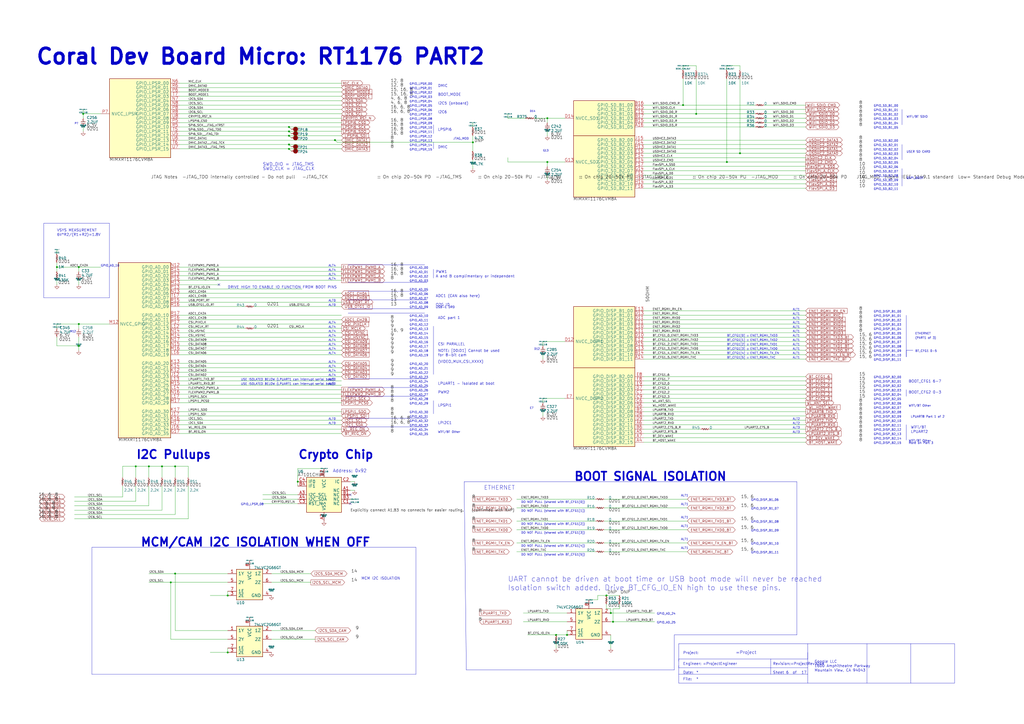
<source format=kicad_sch>
(kicad_sch (version 20230121) (generator eeschema)
  (paper "A2")
  (title_block (title "06 MIMXRT1170 PART2-SchDoc") (date "31 01 2024"))
  (junction (at 99.06 337.82))
  (junction (at 274.32 82.55))
  (junction (at 101.6 332.74))
  (junction (at 421.64 93.98))
  (junction (at 355.6 360.68))
  (junction (at 167.64 78.74))
  (junction (at 351.79 345.44))
  (junction (at 328.93 368.3))
  (junction (at 45.72 187.96))
  (junction (at 48.26 66.04))
  (junction (at 93.98 270.51))
  (junction (at 354.33 355.6))
  (junction (at 33.02 154.94))
  (junction (at 78.74 270.51))
  (junction (at 101.6 270.51))
  (junction (at 132.08 345.44))
  (junction (at 322.58 368.3))
  (junction (at 167.64 76.2))
  (junction (at 194.31 81.28))
  (junction (at 167.64 83.82))
  (junction (at 86.36 270.51))
  (junction (at 317.5 68.58))
  (junction (at 172.72 279.4))
  (junction (at 132.08 378.46))
  (junction (at 45.72 200.66))
  (junction (at 403.86 66.04))
  (junction (at 429.26 88.9))
  (junction (at 396.24 60.96))
  (junction (at 45.72 154.94))
  (junction (at 167.64 73.66))
  (junction (at 167.64 86.36))
  (junction (at 317.5 93.98))
  (no_connect (at 127 165.1))
  (no_connect (at 203.2 292.1))
  (no_connect (at 203.2 287.02))
  (wire (pts (xy 351.79 345.44) (xy 346.71 345.44)))
  (wire (pts (xy 45.72 200.66) (xy 45.72 203.2)))
  (wire (pts (xy 198.12 162.56) (xy 104.14 162.56)))
  (wire (pts (xy 45.72 154.94) (xy 45.72 157.48)))
  (wire (pts (xy 172.72 289.56) (xy 152.4 289.56)))
  (wire (pts (xy 398.78 294.64) (xy 350.52 294.64)))
  (wire (pts (xy 355.6 360.68) (xy 354.33 360.68)))
  (wire (pts (xy 104.14 81.28) (xy 194.31 81.28)))
  (wire (pts (xy 198.12 243.84) (xy 104.14 243.84)))
  (wire (pts (xy 406.4 248.92) (xy 373.38 248.92)))
  (wire (pts (xy 299.72 314.96) (xy 345.44 314.96)))
  (wire (pts (xy 33.02 200.66) (xy 45.72 200.66)))
  (polyline (pts (xy 251.46 161.29) (xy 251.46 156.21)))
  (wire (pts (xy 109.22 270.51) (xy 101.6 270.51)))
  (wire (pts (xy 109.22 276.86) (xy 109.22 270.51)))
  (wire (pts (xy 104.14 53.34) (xy 198.12 53.34)))
  (wire (pts (xy 101.6 365.76) (xy 132.08 365.76)))
  (polyline (pts (xy 502.92 396.24) (xy 502.92 373.38)))
  (wire (pts (xy 198.12 215.9) (xy 104.14 215.9)))
  (wire (pts (xy 132.08 345.44) (xy 121.92 345.44)))
  (wire (pts (xy 327.66 68.58) (xy 317.5 68.58)))
  (polyline (pts (xy 447.04 391.16) (xy 447.04 382.27)))
  (wire (pts (xy 203.2 284.48) (xy 205.74 284.48)))
  (polyline (pts (xy 247.65 173.99) (xy 201.93 173.99)))
  (wire (pts (xy 373.38 109.22) (xy 467.36 109.22)))
  (polyline (pts (xy 393.7 373.38) (xy 553.72 373.38)))
  (polyline (pts (xy 468.63 387.35) (xy 393.7 387.35)))
  (wire (pts (xy 373.38 193.04) (xy 467.36 193.04)))
  (wire (pts (xy 175.26 167.64) (xy 104.14 167.64)))
  (polyline (pts (xy 25.4 172.72) (xy 25.4 129.54)))
  (wire (pts (xy 467.36 238.76) (xy 373.38 238.76)))
  (wire (pts (xy 322.58 368.3) (xy 306.07 368.3)))
  (wire (pts (xy 354.33 355.6) (xy 354.33 353.06)))
  (wire (pts (xy 198.12 157.48) (xy 104.14 157.48)))
  (wire (pts (xy 398.78 320.04) (xy 350.52 320.04)))
  (wire (pts (xy 104.14 71.12) (xy 198.12 71.12)))
  (wire (pts (xy 328.93 365.76) (xy 328.93 368.3)))
  (wire (pts (xy 350.52 289.56) (xy 398.78 289.56)))
  (wire (pts (xy 104.14 83.82) (xy 167.64 83.82)))
  (wire (pts (xy 142.24 177.8) (xy 104.14 177.8)))
  (wire (pts (xy 299.72 307.34) (xy 345.44 307.34)))
  (wire (pts (xy 198.12 218.44) (xy 104.14 218.44)))
  (wire (pts (xy 101.6 281.94) (xy 101.6 298.45)))
  (wire (pts (xy 93.98 270.51) (xy 86.36 270.51)))
  (wire (pts (xy 398.78 314.96) (xy 350.52 314.96)))
  (wire (pts (xy 373.38 218.44) (xy 467.36 218.44)))
  (wire (pts (xy 322.58 373.38) (xy 322.58 375.92)))
  (wire (pts (xy 403.86 45.72) (xy 403.86 66.04)))
  (wire (pts (xy 467.36 93.98) (xy 421.64 93.98)))
  (wire (pts (xy 48.26 63.5) (xy 48.26 66.04)))
  (wire (pts (xy 172.72 279.4) (xy 172.72 271.78)))
  (wire (pts (xy 379.73 355.6) (xy 354.33 355.6)))
  (wire (pts (xy 198.12 170.18) (xy 104.14 170.18)))
  (wire (pts (xy 63.5 187.96) (xy 45.72 187.96)))
  (wire (pts (xy 104.14 73.66) (xy 167.64 73.66)))
  (wire (pts (xy 198.12 78.74) (xy 167.64 78.74)))
  (polyline (pts (xy 393.7 391.16) (xy 468.63 391.16)))
  (wire (pts (xy 198.12 187.96) (xy 104.14 187.96)))
  (wire (pts (xy 48.26 66.04) (xy 48.26 68.58)))
  (wire (pts (xy 373.38 88.9) (xy 429.26 88.9)))
  (wire (pts (xy 373.38 195.58) (xy 467.36 195.58)))
  (wire (pts (xy 104.14 86.36) (xy 167.64 86.36)))
  (polyline (pts (xy 525.78 207.01) (xy 525.78 182.88)))
  (polyline (pts (xy 525.78 207.01) (xy 525.78 203.2)))
  (polyline (pts (xy 247.65 163.83) (xy 201.93 163.83)))
  (wire (pts (xy 78.74 276.86) (xy 78.74 270.51)))
  (wire (pts (xy 167.64 86.36) (xy 168.91 87.63)))
  (wire (pts (xy 373.38 104.14) (xy 467.36 104.14)))
  (wire (pts (xy 198.12 231.14) (xy 104.14 231.14)))
  (polyline (pts (xy 63.5 172.72) (xy 63.5 129.54)))
  (polyline (pts (xy 523.24 72.39) (xy 523.24 63.5)))
  (wire (pts (xy 182.88 365.76) (xy 157.48 365.76)))
  (wire (pts (xy 104.14 205.74) (xy 198.12 205.74)))
  (wire (pts (xy 396.24 40.64) (xy 396.24 38.1)))
  (wire (pts (xy 438.15 73.66) (xy 373.38 73.66)))
  (wire (pts (xy 327.66 231.14) (xy 314.96 231.14)))
  (wire (pts (xy 104.14 48.26) (xy 198.12 48.26)))
  (wire (pts (xy 104.14 251.46) (xy 198.12 251.46)))
  (polyline (pts (xy 468.63 382.27) (xy 393.7 382.27)))
  (wire (pts (xy 198.12 226.06) (xy 104.14 226.06)))
  (polyline (pts (xy 525.78 203.2) (xy 529.59 203.2)))
  (wire (pts (xy 396.24 38.1) (xy 403.86 38.1)))
  (polyline (pts (xy 391.16 388.62) (xy 270.51 388.62)))
  (wire (pts (xy 86.36 270.51) (xy 86.36 276.86)))
  (polyline (pts (xy 251.46 77.47) (xy 251.46 72.39)))
  (wire (pts (xy 198.12 195.58) (xy 104.14 195.58)))
  (wire (pts (xy 78.74 270.51) (xy 71.12 270.51)))
  (polyline (pts (xy 393.7 387.35) (xy 393.7 386.08)))
  (wire (pts (xy 198.12 154.94) (xy 104.14 154.94)))
  (wire (pts (xy 373.38 185.42) (xy 467.36 185.42)))
  (wire (pts (xy 373.38 190.5) (xy 467.36 190.5)))
  (wire (pts (xy 86.36 281.94) (xy 86.36 293.37)))
  (wire (pts (xy 198.12 228.6) (xy 104.14 228.6)))
  (wire (pts (xy 132.08 337.82) (xy 99.06 337.82)))
  (wire (pts (xy 198.12 175.26) (xy 104.14 175.26)))
  (wire (pts (xy 109.22 281.94) (xy 109.22 300.99)))
  (wire (pts (xy 314.96 198.12) (xy 314.96 200.66)))
  (wire (pts (xy 314.96 205.74) (xy 314.96 208.28)))
  (polyline (pts (xy 251.46 217.17) (xy 251.46 189.23)))
  (polyline (pts (xy 391.16 368.3) (xy 391.16 388.62)))
  (wire (pts (xy 109.22 300.99) (xy 43.18 300.99)))
  (wire (pts (xy 203.2 279.4) (xy 205.74 279.4)))
  (wire (pts (xy 198.12 172.72) (xy 104.14 172.72)))
  (polyline (pts (xy 25.4 129.54) (xy 63.5 129.54)))
  (wire (pts (xy 45.72 195.58) (xy 45.72 200.66)))
  (wire (pts (xy 104.14 220.98) (xy 198.12 220.98)))
  (polyline (pts (xy 468.63 378.46) (xy 468.63 387.35)))
  (wire (pts (xy 45.72 187.96) (xy 33.02 187.96)))
  (wire (pts (xy 373.38 187.96) (xy 467.36 187.96)))
  (wire (pts (xy 373.38 220.98) (xy 467.36 220.98)))
  (wire (pts (xy 172.72 271.78) (xy 187.96 271.78)))
  (wire (pts (xy 467.36 241.3) (xy 373.38 241.3)))
  (wire (pts (xy 467.36 66.04) (xy 443.23 66.04)))
  (wire (pts (xy 403.86 38.1) (xy 403.86 40.64)))
  (wire (pts (xy 78.74 281.94) (xy 78.74 290.83)))
  (wire (pts (xy 198.12 190.5) (xy 147.32 190.5)))
  (wire (pts (xy 45.72 162.56) (xy 45.72 165.1)))
  (wire (pts (xy 396.24 45.72) (xy 396.24 60.96)))
  (wire (pts (xy 359.41 345.44) (xy 351.79 345.44)))
  (wire (pts (xy 198.12 210.82) (xy 104.14 210.82)))
  (wire (pts (xy 467.36 60.96) (xy 443.23 60.96)))
  (wire (pts (xy 93.98 276.86) (xy 93.98 270.51)))
  (polyline (pts (xy 269.24 279.4) (xy 462.28 279.4)))
  (polyline (pts (xy 393.7 382.27) (xy 393.7 383.54)))
  (wire (pts (xy 373.38 182.88) (xy 467.36 182.88)))
  (wire (pts (xy 429.26 88.9) (xy 467.36 88.9)))
  (polyline (pts (xy 468.63 373.38) (xy 468.63 382.27)))
  (polyline (pts (xy 247.65 219.71) (xy 201.93 219.71)))
  (wire (pts (xy 429.26 38.1) (xy 429.26 40.64)))
  (polyline (pts (xy 246.38 179.07) (xy 201.93 179.07)))
  (wire (pts (xy 104.14 63.5) (xy 198.12 63.5)))
  (wire (pts (xy 373.38 180.34) (xy 467.36 180.34)))
  (wire (pts (xy 274.32 82.55) (xy 274.32 78.74)))
  (wire (pts (xy 198.12 198.12) (xy 104.14 198.12)))
  (wire (pts (xy 373.38 96.52) (xy 467.36 96.52)))
  (wire (pts (xy 194.31 81.28) (xy 195.58 82.55)))
  (wire (pts (xy 86.36 270.51) (xy 78.74 270.51)))
  (wire (pts (xy 373.38 208.28) (xy 467.36 208.28)))
  (wire (pts (xy 198.12 86.36) (xy 167.64 86.36)))
  (wire (pts (xy 467.36 256.54) (xy 373.38 256.54)))
  (wire (pts (xy 195.58 82.55) (xy 274.32 82.55)))
  (wire (pts (xy 71.12 270.51) (xy 71.12 276.86)))
  (wire (pts (xy 101.6 298.45) (xy 43.18 298.45)))
  (wire (pts (xy 168.91 85.09) (xy 167.64 83.82)))
  (wire (pts (xy 373.38 86.36) (xy 467.36 86.36)))
  (wire (pts (xy 101.6 332.74) (xy 101.6 365.76)))
  (wire (pts (xy 33.02 147.32) (xy 33.02 144.78)))
  (polyline (pts (xy 247.65 242.57) (xy 201.93 242.57)))
  (wire (pts (xy 328.93 360.68) (xy 303.53 360.68)))
  (wire (pts (xy 354.33 368.3) (xy 354.33 375.92)))
  (wire (pts (xy 355.6 360.68) (xy 355.6 353.06)))
  (wire (pts (xy 33.02 187.96) (xy 33.02 190.5)))
  (wire (pts (xy 403.86 66.04) (xy 373.38 66.04)))
  (wire (pts (xy 104.14 223.52) (xy 198.12 223.52)))
  (wire (pts (xy 317.5 93.98) (xy 294.64 93.98)))
  (wire (pts (xy 373.38 243.84) (xy 467.36 243.84)))
  (polyline (pts (xy 53.34 317.5) (xy 241.3 317.5)))
  (polyline (pts (xy 25.4 172.72) (xy 63.5 172.72)))
  (wire (pts (xy 104.14 58.42) (xy 198.12 58.42)))
  (wire (pts (xy 294.64 93.98) (xy 294.64 91.44)))
  (polyline (pts (xy 241.3 317.5) (xy 241.3 391.16)))
  (polyline (pts (xy 246.38 181.61) (xy 201.93 181.61)))
  (wire (pts (xy 198.12 160.02) (xy 104.14 160.02)))
  (wire (pts (xy 198.12 182.88) (xy 104.14 182.88)))
  (wire (pts (xy 93.98 295.91) (xy 43.18 295.91)))
  (polyline (pts (xy 251.46 240.03) (xy 251.46 232.41)))
  (wire (pts (xy 373.38 205.74) (xy 467.36 205.74)))
  (wire (pts (xy 373.38 81.28) (xy 467.36 81.28)))
  (wire (pts (xy 314.96 231.14) (xy 314.96 233.68)))
  (wire (pts (xy 104.14 55.88) (xy 198.12 55.88)))
  (wire (pts (xy 167.64 78.74) (xy 168.91 80.01)))
  (wire (pts (xy 317.5 68.58) (xy 317.5 71.12)))
  (wire (pts (xy 438.15 68.58) (xy 373.38 68.58)))
  (wire (pts (xy 142.24 190.5) (xy 104.14 190.5)))
  (polyline (pts (xy 246.38 153.67) (xy 201.93 153.67)))
  (polyline (pts (xy 247.65 224.79) (xy 201.93 224.79)))
  (wire (pts (xy 127 165.1) (xy 104.14 165.1)))
  (wire (pts (xy 373.38 251.46) (xy 467.36 251.46)))
  (wire (pts (xy 104.14 248.92) (xy 198.12 248.92)))
  (polyline (pts (xy 553.72 396.24) (xy 553.72 373.38)))
  (polyline (pts (xy 251.46 86.36) (xy 251.46 82.55)))
  (wire (pts (xy 373.38 99.06) (xy 467.36 99.06)))
  (wire (pts (xy 351.79 353.06) (xy 351.79 350.52)))
  (wire (pts (xy 198.12 73.66) (xy 167.64 73.66)))
  (polyline (pts (xy 525.78 229.87) (xy 525.78 226.06)))
  (wire (pts (xy 443.23 68.58) (xy 467.36 68.58)))
  (wire (pts (xy 45.72 154.94) (xy 33.02 154.94)))
  (wire (pts (xy 421.64 93.98) (xy 373.38 93.98)))
  (wire (pts (xy 317.5 76.2) (xy 317.5 78.74)))
  (wire (pts (xy 327.66 93.98) (xy 317.5 93.98)))
  (polyline (pts (xy 393.7 396.24) (xy 393.7 373.38)))
  (wire (pts (xy 346.71 345.44) (xy 346.71 347.98)))
  (wire (pts (xy 104.14 203.2) (xy 198.12 203.2)))
  (wire (pts (xy 43.18 288.29) (xy 71.12 288.29)))
  (wire (pts (xy 467.36 73.66) (xy 443.23 73.66)))
  (polyline (pts (xy 462.28 279.4) (xy 462.28 368.3)))
  (wire (pts (xy 398.78 307.34) (xy 350.52 307.34)))
  (wire (pts (xy 104.14 76.2) (xy 167.64 76.2)))
  (wire (pts (xy 157.48 370.84) (xy 182.88 370.84)))
  (wire (pts (xy 327.66 198.12) (xy 314.96 198.12)))
  (wire (pts (xy 373.38 231.14) (xy 467.36 231.14)))
  (wire (pts (xy 71.12 288.29) (xy 71.12 281.94)))
  (wire (pts (xy 346.71 347.98) (xy 341.63 347.98)))
  (wire (pts (xy 421.64 40.64) (xy 421.64 38.1)))
  (wire (pts (xy 467.36 71.12) (xy 443.23 71.12)))
  (wire (pts (xy 101.6 270.51) (xy 93.98 270.51)))
  (wire (pts (xy 398.78 302.26) (xy 350.52 302.26)))
  (polyline (pts (xy 462.28 368.3) (xy 391.16 368.3)))
  (wire (pts (xy 48.26 66.04) (xy 58.42 66.04)))
  (wire (pts (xy 317.5 68.58) (xy 309.88 68.58)))
  (wire (pts (xy 104.14 78.74) (xy 167.64 78.74)))
  (wire (pts (xy 304.8 68.58) (xy 294.64 68.58)))
  (wire (pts (xy 132.08 378.46) (xy 132.08 375.92)))
  (wire (pts (xy 198.12 238.76) (xy 104.14 238.76)))
  (wire (pts (xy 104.14 185.42) (xy 198.12 185.42)))
  (polyline (pts (xy 241.3 391.16) (xy 53.34 391.16)))
  (wire (pts (xy 355.6 353.06) (xy 359.41 353.06)))
  (wire (pts (xy 104.14 200.66) (xy 198.12 200.66)))
  (wire (pts (xy 328.93 368.3) (xy 322.58 368.3)))
  (wire (pts (xy 132.08 332.74) (xy 101.6 332.74)))
  (polyline (pts (xy 247.65 168.91) (xy 201.93 168.91)))
  (wire (pts (xy 104.14 246.38) (xy 198.12 246.38)))
  (wire (pts (xy 172.72 292.1) (xy 152.4 292.1)))
  (wire (pts (xy 274.32 97.79) (xy 274.32 92.71)))
  (polyline (pts (xy 53.34 391.16) (xy 53.34 317.5)))
  (wire (pts (xy 429.26 88.9) (xy 429.26 45.72)))
  (wire (pts (xy 198.12 233.68) (xy 104.14 233.68)))
  (wire (pts (xy 373.38 91.44) (xy 467.36 91.44)))
  (wire (pts (xy 314.96 238.76) (xy 314.96 241.3)))
  (polyline (pts (xy 468.63 396.24) (xy 468.63 391.16)))
  (wire (pts (xy 132.08 370.84) (xy 99.06 370.84)))
  (wire (pts (xy 167.64 76.2) (xy 168.91 77.47)))
  (wire (pts (xy 373.38 200.66) (xy 467.36 200.66)))
  (wire (pts (xy 294.64 68.58) (xy 294.64 66.04)))
  (wire (pts (xy 373.38 106.68) (xy 467.36 106.68)))
  (wire (pts (xy 198.12 213.36) (xy 104.14 213.36)))
  (wire (pts (xy 104.14 60.96) (xy 198.12 60.96)))
  (wire (pts (xy 180.34 332.74) (xy 157.48 332.74)))
  (wire (pts (xy 467.36 236.22) (xy 373.38 236.22)))
  (wire (pts (xy 373.38 198.12) (xy 467.36 198.12)))
  (polyline (pts (xy 270.51 388.62) (xy 269.24 279.4)))
  (wire (pts (xy 93.98 281.94) (xy 93.98 295.91)))
  (wire (pts (xy 438.15 60.96) (xy 396.24 60.96)))
  (polyline (pts (xy 525.78 255.27) (xy 525.78 246.38)))
  (wire (pts (xy 48.26 76.2) (xy 48.26 73.66)))
  (polyline (pts (xy 246.38 229.87) (xy 200.66 229.87)))
  (wire (pts (xy 101.6 332.74) (xy 86.36 332.74)))
  (wire (pts (xy 172.72 281.94) (xy 172.72 279.4)))
  (polyline (pts (xy 523.24 92.71) (xy 523.24 83.82)))
  (wire (pts (xy 33.02 154.94) (xy 33.02 152.4)))
  (wire (pts (xy 104.14 66.04) (xy 198.12 66.04)))
  (wire (pts (xy 317.5 93.98) (xy 317.5 96.52)))
  (wire (pts (xy 198.12 76.2) (xy 167.64 76.2)))
  (wire (pts (xy 438.15 66.04) (xy 403.86 66.04)))
  (wire (pts (xy 317.5 101.6) (xy 317.5 104.14)))
  (wire (pts (xy 99.06 370.84) (xy 99.06 337.82)))
  (wire (pts (xy 198.12 193.04) (xy 104.14 193.04)))
  (wire (pts (xy 194.31 81.28) (xy 198.12 81.28)))
  (wire (pts (xy 379.73 360.68) (xy 355.6 360.68)))
  (polyline (pts (xy 468.63 391.16) (xy 468.63 387.35)))
  (wire (pts (xy 373.38 246.38) (xy 467.36 246.38)))
  (wire (pts (xy 104.14 50.8) (xy 198.12 50.8)))
  (wire (pts (xy 373.38 228.6) (xy 467.36 228.6)))
  (wire (pts (xy 467.36 233.68) (xy 373.38 233.68)))
  (wire (pts (xy 180.34 337.82) (xy 157.48 337.82)))
  (wire (pts (xy 421.64 93.98) (xy 421.64 45.72)))
  (wire (pts (xy 467.36 248.92) (xy 411.48 248.92)))
  (wire (pts (xy 467.36 254) (xy 373.38 254)))
  (wire (pts (xy 299.72 302.26) (xy 345.44 302.26)))
  (wire (pts (xy 121.92 378.46) (xy 132.08 378.46)))
  (wire (pts (xy 373.38 101.6) (xy 467.36 101.6)))
  (wire (pts (xy 359.41 353.06) (xy 359.41 350.52)))
  (wire (pts (xy 299.72 294.64) (xy 345.44 294.64)))
  (wire (pts (xy 167.64 83.82) (xy 198.12 83.82)))
  (wire (pts (xy 203.2 289.56) (xy 205.74 289.56)))
  (wire (pts (xy 396.24 60.96) (xy 373.38 60.96)))
  (wire (pts (xy 438.15 71.12) (xy 373.38 71.12)))
  (wire (pts (xy 172.72 287.02) (xy 152.4 287.02)))
  (wire (pts (xy 45.72 187.96) (xy 45.72 190.5)))
  (wire (pts (xy 33.02 157.48) (xy 33.02 154.94)))
  (wire (pts (xy 373.38 203.2) (xy 467.36 203.2)))
  (wire (pts (xy 299.72 289.56) (xy 345.44 289.56)))
  (wire (pts (xy 373.38 226.06) (xy 467.36 226.06)))
  (wire (pts (xy 167.64 73.66) (xy 168.91 74.93)))
  (polyline (pts (xy 523.24 107.95) (xy 523.24 97.79)))
  (wire (pts (xy 99.06 337.82) (xy 86.36 337.82)))
  (wire (pts (xy 354.33 353.06) (xy 351.79 353.06)))
  (wire (pts (xy 58.42 154.94) (xy 45.72 154.94)))
  (wire (pts (xy 33.02 195.58) (xy 33.02 200.66)))
  (polyline (pts (xy 247.65 247.65) (xy 201.93 247.65)))
  (wire (pts (xy 198.12 68.58) (xy 104.14 68.58)))
  (wire (pts (xy 373.38 83.82) (xy 467.36 83.82)))
  (wire (pts (xy 198.12 241.3) (xy 104.14 241.3)))
  (wire (pts (xy 274.32 73.66) (xy 274.32 71.12)))
  (wire (pts (xy 101.6 270.51) (xy 101.6 276.86)))
  (polyline (pts (xy 393.7 396.24) (xy 553.72 396.24)))
  (wire (pts (xy 147.32 177.8) (xy 198.12 177.8)))
  (wire (pts (xy 373.38 223.52) (xy 467.36 223.52)))
  (wire (pts (xy 86.36 293.37) (xy 43.18 293.37)))
  (wire (pts (xy 373.38 63.5) (xy 467.36 63.5)))
  (wire (pts (xy 78.74 290.83) (xy 43.18 290.83)))
  (wire (pts (xy 328.93 355.6) (xy 303.53 355.6)))
  (wire (pts (xy 33.02 162.56) (xy 33.02 165.1)))
  (polyline (pts (xy 528.32 396.24) (xy 528.32 373.38)))
  (wire (pts (xy 299.72 320.04) (xy 345.44 320.04)))
  (wire (pts (xy 274.32 82.55) (xy 274.32 87.63)))
  (wire (pts (xy 421.64 38.1) (xy 429.26 38.1)))
  (wire (pts (xy 132.08 342.9) (xy 132.08 345.44)))
  (text "P7" (at 43.18 72.39 0) (effects (font (size 1.0668 1.0668)) (justify left bottom)))
  (text "GPIO_DISP_B1_07" (at 435.61 295.91 0) (effects (font (size 1.2192 1.2192)) (justify left bottom)))
  (text "GPIO_AD_32" (at 237.49 245.11 0) (effects (font (size 1.2192 1.2192)) (justify left bottom)))
  (text "BT_CFG1[3] :: ENET_RGMII_TXD0" (at 421.64 203.2 0) (effects (font (size 1.2192 1.2192)) (justify left bottom)))
  (text "GPIO_AD_31" (at 237.49 242.57 0) (effects (font (size 1.2192 1.2192)) (justify left bottom)))
  (text "Mountain View, CA 94043" (at 472.44 389.89 0) (effects (font (size 1.524 1.524)) (justify left bottom)))
  (text "ALT1" (at 459.74 198.12 0) (effects (font (size 1.2192 1.2192)) (justify left bottom)))
  (text "GPIO_LPSR_08" (at 237.49 69.85 0) (effects (font (size 1.2192 1.2192)) (justify left bottom)))
  (text "LPUART2" (at 528.32 251.46 0) (effects (font (size 1.524 1.524)) (justify left bottom)))
  (text "GPIO_AD_29" (at 237.49 234.95 0) (effects (font (size 1.2192 1.2192)) (justify left bottom)))
  (text "GPIO_SD_B2_09" (at 506.73 105.41 0) (effects (font (size 1.2192 1.2192)) (justify left bottom)))
  (text "of" (at 459.74 391.16 0) (effects (font (size 1.524 1.524)) (justify left bottom)))
  (text "ALT3" (at 459.74 251.46 0) (effects (font (size 1.2192 1.2192)) (justify left bottom)))
  (text "Isolation switch added. Drive BT_CFG_IO_EN high to use these pins." (at 294.64 342.9 0) (effects (font (size 3.048 3.048)) (justify left bottom)))
  (text "BT_CFG1[0] :: ENET_RGMII_TXD3" (at 421.64 195.58 0) (effects (font (size 1.2192 1.2192)) (justify left bottom)))
  (text "GPIO_SD_B1_04" (at 506.73 72.39 0) (effects (font (size 1.2192 1.2192)) (justify left bottom)))
  (text "DO NOT PULL (shared with BT_CFG1[2])" (at 302.26 304.8 0) (effects (font (size 1.2192 1.2192)) (justify left bottom)))
  (text "GPIO_LPSR_03" (at 237.49 57.15 0) (effects (font (size 1.2192 1.2192)) (justify left bottom)))
  (text "ETHERNET" (at 530.86 194.31 0) (effects (font (size 1.2192 1.2192)) (justify left bottom)))
  (text "DMIC" (at 254 86.36 0) (effects (font (size 1.524 1.524)) (justify left bottom)))
  (text "(PART1 of 3)" (at 530.86 196.85 0) (effects (font (size 1.2192 1.2192)) (justify left bottom)))
  (text "MCM/CAM I2C ISOLATION WHEN OFF" (at 81.28 317.5 0) (effects (font (size 4.8768 4.8768) (thickness 0.9754) bold) (justify left bottom)))
  (text "GPIO_DISP_B2_08" (at 506.73 240.03 0) (effects (font (size 1.2192 1.2192)) (justify left bottom)))
  (text "Project:" (at 396.24 379.73 0) (effects (font (size 1.524 1.524)) (justify left bottom)))
  (text "GPIO_DISP_B1_10" (at 435.61 316.23 0) (effects (font (size 1.2192 1.2192)) (justify left bottom)))
  (text "ALT4" (at 190.5 218.44 0) (effects (font (size 1.2192 1.2192)) (justify left bottom)))
  (text "GPIO_AD_00" (at 237.49 156.21 0) (effects (font (size 1.2192 1.2192)) (justify left bottom)))
  (text "DO NOT PULL (shared with BT_CFG1[1])" (at 302.26 297.18 0) (effects (font (size 1.2192 1.2192)) (justify left bottom)))
  (text "LPUART8 Part 1 of 2" (at 528.32 242.57 0) (effects (font (size 1.2192 1.2192)) (justify left bottom)))
  (text "GPIO_AD_26" (at 237.49 227.33 0) (effects (font (size 1.2192 1.2192)) (justify left bottom)))
  (text "GPIO_SD_B2_04" (at 506.73 92.71 0) (effects (font (size 1.2192 1.2192)) (justify left bottom)))
  (text "ADC1 (CAN also here)" (at 252.73 172.72 0) (effects (font (size 1.524 1.524)) (justify left bottom)))
  (text "GPIO_LPSR_15" (at 237.49 87.63 0) (effects (font (size 1.2192 1.2192)) (justify left bottom)))
  (text "BOOT_MODE" (at 254 55.88 0) (effects (font (size 1.524 1.524)) (justify left bottom)))
  (text "More on Part 3" (at 527.05 257.81 0) (effects (font (size 1.2192 1.2192)) (justify left bottom)))
  (text "GPIO_LPSR_00" (at 237.49 49.53 0) (effects (font (size 1.2192 1.2192)) (justify left bottom)))
  (text "GPIO_DISP_B1_03" (at 506.73 189.23 0) (effects (font (size 1.2192 1.2192)) (justify left bottom)))
  (text "GPIO_LPSR_11" (at 237.49 77.47 0) (effects (font (size 1.2192 1.2192)) (justify left bottom)))
  (text "GPIO_SD_B1_01" (at 506.73 64.77 0) (effects (font (size 1.2192 1.2192)) (justify left bottom)))
  (text "GPIO_LPSR_01" (at 237.49 52.07 0) (effects (font (size 1.2192 1.2192)) (justify left bottom)))
  (text "GPIO_SD_B2_05" (at 506.73 95.25 0) (effects (font (size 1.2192 1.2192)) (justify left bottom)))
  (text "ALT1" (at 459.74 182.88 0) (effects (font (size 1.2192 1.2192)) (justify left bottom)))
  (text "ALT4" (at 190.5 215.9 0) (effects (font (size 1.2192 1.2192)) (justify left bottom)))
  (text "ALT4" (at 190.5 213.36 0) (effects (font (size 1.2192 1.2192)) (justify left bottom)))
  (text "MCM I2C ISOLATION" (at 209.55 336.55 0) (effects (font (size 1.524 1.524)) (justify left bottom)))
  (text "ALT1" (at 459.74 180.34 0) (effects (font (size 1.2192 1.2192)) (justify left bottom)))
  (text "for 8-bit cam" (at 254 207.01 0) (effects (font (size 1.524 1.524)) (justify left bottom)))
  (text "DO NOT PULL (shared with BT_CFG1[5])" (at 302.26 322.58 0) (effects (font (size 1.2192 1.2192)) (justify left bottom)))
  (text "PWM2" (at 254 228.6 0) (effects (font (size 1.524 1.524)) (justify left bottom)))
  (text "LPUART1 - isolated at boot" (at 254 223.52 0) (effects (font (size 1.524 1.524)) (justify left bottom)))
  (text "PWM1" (at 252.73 158.75 0) (effects (font (size 1.524 1.524)) (justify left bottom)))
  (text "BOOT_CFG2 0-3" (at 527.05 228.6 0) (effects (font (size 1.524 1.524)) (justify left bottom)))
  (text "GPIO_AD_18" (at 237.49 204.47 0) (effects (font (size 1.2192 1.2192)) (justify left bottom)))
  (text "LPI2C1" (at 254 246.38 0) (effects (font (size 1.524 1.524)) (justify left bottom)))
  (text "=ProjectEngineer" (at 407.67 386.08 0) (effects (font (size 1.524 1.524)) (justify left bottom)))
  (text "JTAG_MOD" (at 262.89 81.28 0) (effects (font (size 1.2192 1.2192)) (justify left bottom)))
  (text "GPIO_AD_28" (at 237.49 232.41 0) (effects (font (size 1.2192 1.2192)) (justify left bottom)))
  (text "GPIO_DISP_B1_09" (at 435.61 308.61 0) (effects (font (size 1.2192 1.2192)) (justify left bottom)))
  (text "ALT1" (at 394.97 318.77 0) (effects (font (size 1.2192 1.2192)) (justify left bottom)))
  (text "GPIO_DISP_B1_06" (at 435.61 290.83 0) (effects (font (size 1.2192 1.2192)) (justify left bottom)))
  (text "GPIO_AD_08" (at 237.49 176.53 0) (effects (font (size 1.2192 1.2192)) (justify left bottom)))
  (text "BOOT SIGNAL ISOLATION" (at 332.74 279.4 0) (effects (font (size 4.8768 4.8768) (thickness 0.9754) bold) (justify left bottom)))
  (text "M12" (at 40.64 193.04 0) (effects (font (size 1.0668 1.0668)) (justify left bottom)))
  (text "DO NOT PULL (shared with BT_CFG1[4])" (at 302.26 317.5 0) (effects (font (size 1.2192 1.2192)) (justify left bottom)))
  (text "GPIO_DISP_B2_04" (at 506.73 229.87 0) (effects (font (size 1.2192 1.2192)) (justify left bottom)))
  (text "D12" (at 309.88 203.2 0) (effects (font (size 1.0668 1.0668)) (justify left bottom)))
  (text "GPIO_AD_27" (at 237.49 229.87 0) (effects (font (size 1.2192 1.2192)) (justify left bottom)))
  (text "GPIO_SD_B2_07" (at 506.73 100.33 0) (effects (font (size 1.2192 1.2192)) (justify left bottom)))
  (text "A and B complimentary or independent" (at 252.73 161.29 0) (effects (font (size 1.524 1.524)) (justify left bottom)))
  (text "GPIO_SD_B1_02" (at 506.73 67.31 0) (effects (font (size 1.2192 1.2192)) (justify left bottom)))
  (text "DO NOT PULL (shared with BT_CFG1[3])" (at 302.26 309.88 0) (effects (font (size 1.2192 1.2192)) (justify left bottom)))
  (text "GPIO_DISP_B1_09" (at 506.73 204.47 0) (effects (font (size 1.2192 1.2192)) (justify left bottom)))
  (text "=ProjectRevision" (at 458.47 386.08 0) (effects (font (size 1.524 1.524)) (justify left bottom)))
  (text "WiFi/BT Other" (at 254 251.46 0) (effects (font (size 1.2192 1.2192)) (justify left bottom)))
  (text "GPIO_DISP_B2_10" (at 506.73 245.11 0) (effects (font (size 1.2192 1.2192)) (justify left bottom)))
  (text "*" (at 403.86 394.97 0) (effects (font (size 1.524 1.524)) (justify left bottom)))
  (text "Google LLC" (at 472.44 384.81 0) (effects (font (size 1.524 1.524)) (justify left bottom)))
  (text "LPSPI6" (at 254 76.2 0) (effects (font (size 1.524 1.524)) (justify left bottom)))
  (text "ALT1" (at 459.74 208.28 0) (effects (font (size 1.2192 1.2192)) (justify left bottom)))
  (text "GPIO_DISP_B1_10" (at 506.73 207.01 0) (effects (font (size 1.2192 1.2192)) (justify left bottom)))
  (text "SWD_DIO = JTAG_TMS" (at 152.4 96.52 0) (effects (font (size 1.8288 1.8288)) (justify left bottom)))
  (text "ALT0" (at 190.5 177.8 0) (effects (font (size 1.2192 1.2192)) (justify left bottom)))
  (text "ALT1" (at 459.74 187.96 0) (effects (font (size 1.2192 1.2192)) (justify left bottom)))
  (text "QSPI_BOOT" (at 525.78 104.14 0) (effects (font (size 1.2192 1.2192)) (justify left bottom)))
  (text "ALT1" (at 394.97 300.99 0) (effects (font (size 1.2192 1.2192)) (justify left bottom)))
  (text "GPIO_AD_06" (at 237.49 171.45 0) (effects (font (size 1.2192 1.2192)) (justify left bottom)))
  (text "GPIO_LPSR_12" (at 237.49 80.01 0) (effects (font (size 1.2192 1.2192)) (justify left bottom)))
  (text "GPIO_SD_B2_00" (at 506.73 82.55 0) (effects (font (size 1.2192 1.2192)) (justify left bottom)))
  (text "NOTE: [D0:D1] Cannot be used" (at 254 204.47 0) (effects (font (size 1.524 1.524)) (justify left bottom)))
  (text "Coral Dev Board Micro: RT1176 PART2" (at 20.32 38.1 0) (effects (font (size 8.8392 8.8392) (thickness 1.7678) bold) (justify left bottom)))
  (text "ALT4" (at 190.5 157.48 0) (effects (font (size 1.2192 1.2192)) (justify left bottom)))
  (text "GPIO_DISP_B2_00" (at 506.73 219.71 0) (effects (font (size 1.2192 1.2192)) (justify left bottom)))
  (text "ALT1" (at 459.74 190.5 0) (effects (font (size 1.2192 1.2192)) (justify left bottom)))
  (text "Address: 0x92" (at 193.04 274.32 0) (effects (font (size 1.8288 1.8288)) (justify left bottom)))
  (text "ALT1" (at 394.97 288.29 0) (effects (font (size 1.2192 1.2192)) (justify left bottom)))
  (text "GPIO_LPSR_13" (at 237.49 82.55 0) (effects (font (size 1.2192 1.2192)) (justify left bottom)))
  (text "Date:" (at 396.24 391.16 0) (effects (font (size 1.524 1.524)) (justify left bottom)))
  (text "GPIO_DISP_B2_05" (at 506.73 232.41 0) (effects (font (size 1.2192 1.2192)) (justify left bottom)))
  (text "GPIO_DISP_B2_02" (at 506.73 224.79 0) (effects (font (size 1.2192 1.2192)) (justify left bottom)))
  (text "ETHERNET" (at 280.67 284.48 0) (effects (font (size 2.4384 2.4384)) (justify left bottom)))
  (text "GPIO_SD_B2_02" (at 506.73 87.63 0) (effects (font (size 1.2192 1.2192)) (justify left bottom)))
  (text "ALT1" (at 394.97 293.37 0) (effects (font (size 1.2192 1.2192)) (justify left bottom)))
  (text "DRIVE HIGH TO ENABLE IO FUNCTION FROM BOOT PINS" (at 132.08 167.64 0) (effects (font (size 1.524 1.524)) (justify left bottom)))
  (text "USER SD CARD" (at 525.78 88.9 0) (effects (font (size 1.2192 1.2192)) (justify left bottom)))
  (text "(VIDEO_MUX_CSI_XXXX)" (at 254 210.82 0) (effects (font (size 1.524 1.524)) (justify left bottom)))
  (text "ADC part 1" (at 254 185.42 0) (effects (font (size 1.524 1.524)) (justify left bottom)))
  (text "GPIO_AD_35" (at 237.49 252.73 0) (effects (font (size 1.2192 1.2192)) (justify left bottom)))
  (text "ALT4" (at 190.5 187.96 0) (effects (font (size 1.2192 1.2192)) (justify left bottom)))
  (text "GPIO_AD_22" (at 237.49 217.17 0) (effects (font (size 1.2192 1.2192)) (justify left bottom)))
  (text "Crypto Chip" (at 172.72 266.7 0) (effects (font (size 4.8768 4.8768) (thickness 0.9754) bold) (justify left bottom)))
  (text "GPIO_AD_01" (at 237.49 158.75 0) (effects (font (size 1.2192 1.2192)) (justify left bottom)))
  (text "ALT4" (at 190.5 205.74 0) (effects (font (size 1.2192 1.2192)) (justify left bottom)))
  (text "GPIO_DISP_B2_13" (at 506.73 252.73 0) (effects (font (size 1.2192 1.2192)) (justify left bottom)))
  (text "UART cannot be driven at boot time or USB boot mode will never be reached" (at 294.64 337.82 0) (effects (font (size 3.048 3.048)) (justify left bottom)))
  (text "ALT4" (at 190.5 198.12 0) (effects (font (size 1.2192 1.2192)) (justify left bottom)))
  (text "GPIO_AD_25" (at 237.49 224.79 0) (effects (font (size 1.2192 1.2192)) (justify left bottom)))
  (text "GPIO_AD_13" (at 237.49 191.77 0) (effects (font (size 1.2192 1.2192)) (justify left bottom)))
  (text "ALT4" (at 190.5 210.82 0) (effects (font (size 1.2192 1.2192)) (justify left bottom)))
  (text "I2C5 (onboard)" (at 254 60.96 0) (effects (font (size 1.524 1.524)) (justify left bottom)))
  (text "GPIO_DISP_B1_05" (at 506.73 194.31 0) (effects (font (size 1.2192 1.2192)) (justify left bottom)))
  (text "GPIO_AD_33" (at 237.49 247.65 0) (effects (font (size 1.2192 1.2192)) (justify left bottom)))
  (text "BOOT_CFG1 6-7" (at 527.05 222.25 0) (effects (font (size 1.524 1.524)) (justify left bottom)))
  (text "GPIO_AD_21" (at 237.49 214.63 0) (effects (font (size 1.2192 1.2192)) (justify left bottom)))
  (text "GPIO_DISP_B1_00" (at 506.73 181.61 0) (effects (font (size 1.2192 1.2192)) (justify left bottom)))
  (text "DO NOT PULL (shared with BT_CFG1[0])" (at 302.26 292.1 0) (effects (font (size 1.2192 1.2192)) (justify left bottom)))
  (text "GPIO_AD_10" (at 237.49 184.15 0) (effects (font (size 1.2192 1.2192)) (justify left bottom)))
  (text "GPIO_DISP_B2_14" (at 506.73 255.27 0) (effects (font (size 1.2192 1.2192)) (justify left bottom)))
  (text "GPIO_AD_20" (at 237.49 212.09 0) (effects (font (size 1.2192 1.2192)) (justify left bottom)))
  (text "GPIO_DISP_B1_04" (at 506.73 191.77 0) (effects (font (size 1.2192 1.2192)) (justify left bottom)))
  (text "GPIO_AD_30" (at 237.49 240.03 0) (effects (font (size 1.2192 1.2192)) (justify left bottom)))
  (text "Sheet" (at 448.31 391.16 0) (effects (font (size 1.524 1.524)) (justify left bottom)))
  (text "GPIO_DISP_B2_09" (at 506.73 242.57 0) (effects (font (size 1.2192 1.2192)) (justify left bottom)))
  (text "GPIO_AD_09" (at 237.49 179.07 0) (effects (font (size 1.2192 1.2192)) (justify left bottom)))
  (text "USE ISOLATED BELOW (LPUART1 can interrupt serial boot)" (at 139.7 220.98 0) (effects (font (size 1.2192 1.2192)) (justify left bottom)))
  (text "USE ISOLATED BELOW (LPUART1 can interrupt serial boot)" (at 139.7 223.52 0) (effects (font (size 1.2192 1.2192)) (justify left bottom)))
  (text "File:" (at 396.24 394.97 0) (effects (font (size 1.524 1.524)) (justify left bottom)))
  (text "ALT4" (at 190.5 200.66 0) (effects (font (size 1.2192 1.2192)) (justify left bottom)))
  (text "ALT4" (at 190.5 162.56 0) (effects (font (size 1.2192 1.2192)) (justify left bottom)))
  (text "GPIO_DISP_B1_11" (at 506.73 209.55 0) (effects (font (size 1.2192 1.2192)) (justify left bottom)))
  (text "GPIO_DISP_B1_06" (at 506.73 196.85 0) (effects (font (size 1.2192 1.2192)) (justify left bottom)))
  (text "GPIO_DISP_B2_12" (at 506.73 250.19 0) (effects (font (size 1.2192 1.2192)) (justify left bottom)))
  (text "6V*R2/(R1+R2)=1.8V" (at 33.02 137.16 0) (effects (font (size 1.524 1.524)) (justify left bottom)))
  (text "GPIO_LPSR_10" (at 237.49 74.93 0) (effects (font (size 1.2192 1.2192)) (justify left bottom)))
  (text "ALT3" (at 459.74 248.92 0) (effects (font (size 1.2192 1.2192)) (justify left bottom)))
  (text "GPIO_LPSR_05" (at 237.49 62.23 0) (effects (font (size 1.2192 1.2192)) (justify left bottom)))
  (text "GPIO_SD_B2_08" (at 506.73 102.87 0) (effects (font (size 1.2192 1.2192)) (justify left bottom)))
  (text "GPIO_DISP_B2_01" (at 506.73 222.25 0) (effects (font (size 1.2192 1.2192)) (justify left bottom)))
  (text "GPIO_AD_23" (at 237.49 219.71 0) (effects (font (size 1.2192 1.2192)) (justify left bottom)))
  (text "17" (at 464.82 391.16 0) (effects (font (size 1.524 1.524)) (justify left bottom)))
  (text "GPIO_AD_07" (at 237.49 173.99 0) (effects (font (size 1.2192 1.2192)) (justify left bottom)))
  (text "ALT4" (at 190.5 190.5 0) (effects (font (size 1.2192 1.2192)) (justify left bottom)))
  (text "GPIO_AD_17" (at 237.49 201.93 0) (effects (font (size 1.2192 1.2192)) (justify left bottom)))
  (text "DMIC" (at 254 50.8 0) (effects (font (size 1.524 1.524)) (justify left bottom)))
  (text "BT_CFG1[1] :: ENET_RGMII_TXD2" (at 421.64 198.12 0) (effects (font (size 1.2192 1.2192)) (justify left bottom)))
  (text "E7" (at 307.34 237.49 0) (effects (font (size 1.0668 1.0668)) (justify left bottom)))
  (text "WIFI/BT SDIO" (at 525.78 68.58 0) (effects (font (size 1.2192 1.2192)) (justify left bottom)))
  (text "GPIO_LPSR_09" (at 237.49 72.39 0) (effects (font (size 1.2192 1.2192)) (justify left bottom)))
  (text "ALT0" (at 190.5 220.98 0) (effects (font (size 1.2192 1.2192)) (justify left bottom)))
  (text "ALT0" (at 190.5 243.84 0) (effects (font (size 1.2192 1.2192)) (justify left bottom)))
  (text "Revision:" (at 448.31 386.08 0) (effects (font (size 1.524 1.524)) (justify left bottom)))
  (text "ALT1" (at 394.97 313.69 0) (effects (font (size 1.2192 1.2192)) (justify left bottom)))
  (text "GPIO_DISP_B2_03" (at 506.73 227.33 0) (effects (font (size 1.2192 1.2192)) (justify left bottom)))
  (text "GPIO_LPSR_04" (at 237.49 59.69 0) (effects (font (size 1.2192 1.2192)) (justify left bottom)))
  (text "GPIO_LPSR_02" (at 237.49 54.61 0) (effects (font (size 1.2192 1.2192)) (justify left bottom)))
  (text "ALT0" (at 190.5 223.52 0) (effects (font (size 1.2192 1.2192)) (justify left bottom)))
  (text "GPIO_LPSR_14" (at 237.49 85.09 0) (effects (font (size 1.2192 1.2192)) (justify left bottom)))
  (text "1600 Amphitheatre Parkway" (at 472.44 387.35 0) (effects (font (size 1.524 1.524)) (justify left bottom)))
  (text "ALT1" (at 459.74 203.2 0) (effects (font (size 1.2192 1.2192)) (justify left bottom)))
  (text "GPIO_DISP_B1_11" (at 435.61 321.31 0) (effects (font (size 1.2192 1.2192)) (justify left bottom)))
  (text "=Project" (at 426.72 379.73 0) (effects (font (size 1.8288 1.8288)) (justify left bottom)))
  (text "GPIO_DISP_B1_01" (at 506.73 184.15 0) (effects (font (size 1.2192 1.2192)) (justify left bottom)))
  (text "GPIO_SD_B2_06" (at 506.73 97.79 0) (effects (font (size 1.2192 1.2192)) (justify left bottom)))
  (text "GPIO_AD_15" (at 237.49 196.85 0) (effects (font (size 1.2192 1.2192)) (justify left bottom)))
  (text "GPIO_LPSR_07" (at 237.49 67.31 0) (effects (font (size 1.2192 1.2192)) (justify left bottom)))
  (text "ALT4" (at 190.5 193.04 0) (effects (font (size 1.2192 1.2192)) (justify left bottom)))
  (text "GPIO_AD_05" (at 237.49 168.91 0) (effects (font (size 1.2192 1.2192)) (justify left bottom)))
  (text "GPIO_DISP_B2_11" (at 506.73 247.65 0) (effects (font (size 1.2192 1.2192)) (justify left bottom)))
  (text "GPIO_AD_25" (at 381 361.95 0) (effects (font (size 1.2192 1.2192)) (justify left bottom)))
  (text "BT_CFG1[2] :: ENET_RGMII_TXD1" (at 421.64 200.66 0) (effects (font (size 1.2192 1.2192)) (justify left bottom)))
  (text "GPIO_AD_03" (at 237.49 163.83 0) (effects (font (size 1.2192 1.2192)) (justify left bottom)))
  (text "GPIO_DISP_B1_07" (at 506.73 199.39 0) (effects (font (size 1.2192 1.2192)) (justify left bottom)))
  (text "GPIO_SD_B2_10" (at 506.73 107.95 0) (effects (font (size 1.2192 1.2192)) (justify left bottom)))
  (text "ALT4" (at 190.5 203.2 0) (effects (font (size 1.2192 1.2192)) (justify left bottom)))
  (text "SWD_CLK = JTAG_CLK" (at 152.4 99.06 0) (effects (font (size 1.8288 1.8288)) (justify left bottom)))
  (text "ALT4" (at 190.5 195.58 0) (effects (font (size 1.2192 1.2192)) (justify left bottom)))
  (text "BT_CFG1[4] :: ENET_RGMII_TX_EN" (at 421.64 205.74 0) (effects (font (size 1.2192 1.2192)) (justify left bottom)))
  (text "ALT4" (at 190.5 160.02 0) (effects (font (size 1.2192 1.2192)) (justify left bottom)))
  (text "GPIO_AD_34" (at 237.49 250.19 0) (effects (font (size 1.2192 1.2192)) (justify left bottom)))
  (text "ALT0" (at 190.5 175.26 0) (effects (font (size 1.2192 1.2192)) (justify left bottom)))
  (text "Engineer:" (at 396.24 386.08 0) (effects (font (size 1.524 1.524)) (justify left bottom)))
  (text "ALT1" (at 459.74 195.58 0) (effects (font (size 1.2192 1.2192)) (justify left bottom)))
  (text "GPIO_LPSR_08" (at 139.7 293.37 0) (effects (font (size 1.2192 1.2192)) (justify left bottom)))
  (text "GPIO_DISP_B2_15" (at 506.73 257.81 0) (effects (font (size 1.2192 1.2192)) (justify left bottom)))
  (text "ALT1" (at 394.97 306.07 0) (effects (font (size 1.2192 1.2192)) (justify left bottom)))
  (text "LPSPI1" (at 254 236.22 0) (effects (font (size 1.524 1.524)) (justify left bottom)))
  (text "WiFi/BT" (at 528.32 248.92 0) (effects (font (size 1.524 1.524)) (justify left bottom)))
  (text "ALT0" (at 190.5 246.38 0) (effects (font (size 1.2192 1.2192)) (justify left bottom)))
  (text "GPIO_AD_14" (at 237.49 194.31 0) (effects (font (size 1.2192 1.2192)) (justify left bottom)))
  (text "VSYS MEASUREMENT" (at 33.02 134.62 0) (effects (font (size 1.524 1.524)) (justify left bottom)))
  (text "ALT4" (at 190.5 154.94 0) (effects (font (size 1.2192 1.2192)) (justify left bottom)))
  (text "GPIO_AD_16" (at 237.49 199.39 0) (effects (font (size 1.2192 1.2192)) (justify left bottom)))
  (text "ALT1" (at 459.74 200.66 0) (effects (font (size 1.2192 1.2192)) (justify left bottom)))
  (text "GPIO_SD_B2_11" (at 506.73 110.49 0) (effects (font (size 1.2192 1.2192)) (justify left bottom)))
  (text "BT_CFG1 0-5" (at 530.86 204.47 0) (effects (font (size 1.2192 1.2192)) (justify left bottom)))
  (text "USB-C DRD" (at 252.73 179.07 0) (effects (font (size 1.2192 1.2192)) (justify left bottom)))
  (text "WiFi/BT Other" (at 527.05 236.22 0) (effects (font (size 1.2192 1.2192)) (justify left bottom)))
  (text "GPIO_SD_B1_03" (at 506.73 69.85 0) (effects (font (size 1.2192 1.2192)) (justify left bottom)))
  (text "GPIO_SD_B2_03" (at 506.73 90.17 0) (effects (font (size 1.2192 1.2192)) (justify left bottom)))
  (text "GPIO_AD_10" (at 58.42 154.94 0) (effects (font (size 1.2192 1.2192)) (justify left bottom)))
  (text "6" (at 455.93 391.16 0) (effects (font (size 1.524 1.524)) (justify left bottom)))
  (text "GPIO_AD_02" (at 237.49 161.29 0) (effects (font (size 1.2192 1.2192)) (justify left bottom)))
  (text "GPIO_SD_B1_05" (at 506.73 74.93 0) (effects (font (size 1.2192 1.2192)) (justify left bottom)))
  (text "*" (at 403.86 391.16 0) (effects (font (size 1.524 1.524)) (justify left bottom)))
  (text "ALT1" (at 459.74 193.04 0) (effects (font (size 1.2192 1.2192)) (justify left bottom)))
  (text "ALT1" (at 459.74 185.42 0) (effects (font (size 1.2192 1.2192)) (justify left bottom)))
  (text "GPIO_AD_11" (at 237.49 186.69 0) (effects (font (size 1.2192 1.2192)) (justify left bottom)))
  (text "I2C6" (at 254 66.04 0) (effects (font (size 1.524 1.524)) (justify left bottom)))
  (text "GPIO_DISP_B2_07" (at 506.73 237.49 0) (effects (font (size 1.2192 1.2192)) (justify left bottom)))
  (text "WiFi/BT Other" (at 527.05 256.54 0) (effects (font (size 1.2192 1.2192)) (justify left bottom)))
  (text "GPIO_AD_12" (at 237.49 189.23 0) (effects (font (size 1.2192 1.2192)) (justify left bottom)))
  (text "O2G ID" (at 252.73 177.8 0) (effects (font (size 1.524 1.524)) (justify left bottom)))
  (text "G13" (at 314.96 88.138 0) (effects (font (size 1.0668 1.0668)) (justify left bottom)))
  (text "BT_CFG1[5] :: ENET_RGMII_TXC" (at 421.64 208.28 0) (effects (font (size 1.2192 1.2192)) (justify left bottom)))
  (text "GPIO_DISP_B1_02" (at 506.73 186.69 0) (effects (font (size 1.2192 1.2192)) (justify left bottom)))
  (text "GPIO_AD_19" (at 237.49 207.01 0) (effects (font (size 1.2192 1.2192)) (justify left bottom)))
  (text "GPIO_DISP_B1_08" (at 435.61 303.53 0) (effects (font (size 1.2192 1.2192)) (justify left bottom)))
  (text "GPIO_DISP_B2_06" (at 506.73 234.95 0) (effects (font (size 1.2192 1.2192)) (justify left bottom)))
  (text "GPIO_LPSR_06" (at 237.49 64.77 0) (effects (font (size 1.2192 1.2192)) (justify left bottom)))
  (text "GPIO_DISP_B1_08" (at 506.73 201.93 0) (effects (font (size 1.2192 1.2192)) (justify left bottom)))
  (text "ALT2" (at 459.74 246.38 0) (effects (font (size 1.2192 1.2192)) (justify left bottom)))
  (text "ALT2" (at 459.74 243.84 0) (effects (font (size 1.2192 1.2192)) (justify left bottom)))
  (text "ALT1" (at 459.74 205.74 0) (effects (font (size 1.2192 1.2192)) (justify left bottom)))
  (text "GPIO_SD_B2_01" (at 506.73 85.09 0) (effects (font (size 1.2192 1.2192)) (justify left bottom)))
  (text "I2C Pullups" (at 78.74 266.7 0) (effects (font (size 4.8768 4.8768) (thickness 0.9754) bold) (justify left bottom)))
  (text "GPIO_AD_24" (at 381 356.87 0) (effects (font (size 1.2192 1.2192)) (justify left bottom)))
  (text "GPIO_AD_24" (at 237.49 222.25 0) (effects (font (size 1.2192 1.2192)) (justify left bottom)))
  (text "GPIO_SD_B1_00" (at 506.73 62.23 0) (effects (font (size 1.2192 1.2192)) (justify left bottom)))
  (text "CSI PARALLEL" (at 254 200.66 0) (effects (font (size 1.524 1.524)) (justify left bottom)))
  (text "D14" (at 307.34 65.278 0) (effects (font (size 1.0668 1.0668)) (justify left bottom)))
  (label "9" (at 226.568 218.44 0) (effects (font (size 1.778 1.778))))
  (label "I2C5_SCL" (at 109.22 60.96 0) (effects (font (size 1.2192 1.2192))))
  (label "WIFI_SDIO_D2_R" (at 378.46 71.12 0) (effects (font (size 1.2192 1.2192))))
  (label "CSI_DATA04" (at 109.22 213.36 0) (effects (font (size 1.2192 1.2192))))
  (label "8" (at 226.568 251.46 0) (effects (font (size 1.778 1.778))))
  (label "LPUART2_RXD" (at 378.46 246.38 0) (effects (font (size 1.2192 1.2192))))
  (label "I2C1_SCL" (at 109.22 243.84 0) (effects (font (size 1.2192 1.2192))))
  (label "USDHC2_DATA1" (at 378.46 86.36 0) (effects (font (size 1.2192 1.2192))))
  (label "I2C5_SDA" (at 157.48 289.56 0) (effects (font (size 1.2192 1.2192))))
  (label "16, 6, 8" (at 22.352 288.29 0) (effects (font (size 1.778 1.778))))
  (label "15, 6" (at 429.768 314.96 0) (effects (font (size 1.778 1.778))))
  (label "I2C6_SDA" (at 50.8 298.45 0) (effects (font (size 1.2192 1.2192))))
  (label "0201" (at 275.082 93.472 0) (effects (font (size 1.778 1.778))))
  (label "MIMXRT1176CVM8A" (at 332.486 116.84 0) (effects (font (size 1.778 1.778))))
  (label "6.3V" (at 34.544 196.088 0) (effects (font (size 1.778 1.778))))
  (label "CSI_HSYNC" (at 109.22 195.58 0) (effects (font (size 1.2192 1.2192))))
  (label "WIFI_SDIO_D2" (at 448.31 71.12 0) (effects (font (size 1.2192 1.2192))))
  (label "16, 6, 8" (at 226.568 243.84 0) (effects (font (size 1.778 1.778))))
  (label "BT_CFG1_3_ENET_RGMII_TXD0" (at 360.68 307.34 0) (effects (font (size 1.2192 1.2192))))
  (label "4, 6, 8" (at 22.352 295.91 0) (effects (font (size 1.778 1.778))))
  (label "10" (at 498.348 109.22 0) (effects (font (size 1.778 1.778))))
  (label "0201" (at 102.362 282.702 0) (effects (font (size 1.778 1.778))))
  (label "BT_CFG1_5_ENET_RGMII_TXC" (at 360.68 320.04 0) (effects (font (size 1.2192 1.2192))))
  (label "WIFI_SDIO_D0" (at 448.31 66.04 0) (effects (font (size 1.2192 1.2192))))
  (label "FLEXPWM2_PWM1_B" (at 109.22 228.6 0) (effects (font (size 1.2192 1.2192))))
  (label "4, 6, 8" (at 226.568 60.96 0) (effects (font (size 1.778 1.778))))
  (label "0201" (at 353.06 292.1 0) (effects (font (size 1.778 1.778))))
  (label "Explicitly connect A1,B3 no connects for easier routing.    (confirmed with NXP)" (at 203.2 297.18 0) (effects (font (size 1.524 1.524))))
  (label "CSI_DATA08" (at 109.22 200.66 0) (effects (font (size 1.2192 1.2192))))
  (label "15, 6" (at 498.348 195.58 0) (effects (font (size 1.778 1.778))))
  (label "15" (at 498.348 223.52 0) (effects (font (size 1.778 1.778))))
  (label "15, 6" (at 498.348 200.66 0) (effects (font (size 1.778 1.778))))
  (label "8" (at 498.348 81.28 0) (effects (font (size 1.778 1.778))))
  (label "6.3V" (at 47.244 163.068 0) (effects (font (size 1.778 1.778))))
  (label "0201" (at 154.94 190.5 0) (effects (font (size 1.778 1.778))))
  (label "MIMXRT1176CVM8A" (at 68.58 256.54 0) (effects (font (size 1.778 1.778))))
  (label "USB_PORT_RT" (at 109.22 175.26 0) (effects (font (size 1.2192 1.2192))))
  (label "ENET_RGMII_RXD0" (at 378.46 185.42 0) (effects (font (size 1.2192 1.2192))))
  (label "ENET_RGMII_TXD2" (at 302.26 294.64 0) (effects (font (size 1.2192 1.2192))))
  (label "15, 6" (at 429.768 289.56 0) (effects (font (size 1.778 1.778))))
  (label "0201" (at 47.752 198.12 0) (effects (font (size 1.778 1.778))))
  (label "14" (at 203.708 337.82 0) (effects (font (size 1.778 1.778))))
  (label "DMIC_DATA0" (at 109.22 50.8 0) (effects (font (size 1.2192 1.2192))))
  (label "ENET_RGMII_RX_EN" (at 378.46 180.34 0) (effects (font (size 1.2192 1.2192))))
  (label "8" (at 498.348 256.54 0) (effects (font (size 1.778 1.778))))
  (label "ENET_RGMII_RXC" (at 378.46 182.88 0) (effects (font (size 1.2192 1.2192))))
  (label "I2C5_SDA_MCM" (at 162.56 332.74 0) (effects (font (size 1.2192 1.2192))))
  (label "8" (at 226.568 241.3 0) (effects (font (size 1.778 1.778))))
  (label "0201" (at 154.94 177.8 0) (effects (font (size 1.778 1.778))))
  (label "0201" (at 309.88 71.12 0) (effects (font (size 1.778 1.778))))
  (label "MIC_CLK" (at 109.22 48.26 0) (effects (font (size 1.2192 1.2192))))
  (label "LPUART1_TXD_BT" (at 363.22 355.6 0) (effects (font (size 1.2192 1.2192))))
  (label "0201" (at 422.402 46.482 0) (effects (font (size 1.778 1.778))))
  (label "8" (at 226.568 226.06 0) (effects (font (size 1.778 1.778))))
  (label "16, 8" (at 226.568 160.02 0) (effects (font (size 1.778 1.778))))
  (label "WIFI_SDIO_D3" (at 448.31 73.66 0) (effects (font (size 1.2192 1.2192))))
  (label "10" (at 498.348 106.68 0) (effects (font (size 1.778 1.778))))
  (label "LPSPI1_SDO" (at 109.22 238.76 0) (effects (font (size 1.2192 1.2192))))
  (label "ENET_RGMII_TX_EN" (at 302.26 314.96 0) (effects (font (size 1.2192 1.2192))))
  (label "8" (at 498.348 88.9 0) (effects (font (size 1.778 1.778))))
  (label "8" (at 498.348 243.84 0) (effects (font (size 1.778 1.778))))
  (label "8" (at 498.348 63.5 0) (effects (font (size 1.778 1.778))))
  (label "BT_CFG1_4_ENET_RGMII_TX_EN" (at 360.68 314.96 0) (effects (font (size 1.2192 1.2192))))
  (label "8" (at 226.568 233.68 0) (effects (font (size 1.778 1.778))))
  (label "4, 6, 8" (at 22.352 293.37 0) (effects (font (size 1.778 1.778))))
  (label "8" (at 498.348 236.22 0) (effects (font (size 1.778 1.778))))
  (label "8" (at 498.348 91.44 0) (effects (font (size 1.778 1.778))))
  (label "FlexSPI_A_D0" (at 378.46 101.6 0) (effects (font (size 1.2192 1.2192))))
  (label "16, 8" (at 226.568 71.12 0) (effects (font (size 1.778 1.778))))
  (label "6.3V" (at 319.532 104.648 0) (effects (font (size 1.778 1.778))))
  (label "LPUART8_TXD" (at 378.46 238.76 0) (effects (font (size 1.2192 1.2192))))
  (label "BOOT_MODE0" (at 109.22 53.34 0) (effects (font (size 1.2192 1.2192))))
  (label "16, 6, 8" (at 22.352 290.83 0) (effects (font (size 1.778 1.778))))
  (label "0201" (at 352.806 352.552 0) (effects (font (size 1.778 1.778))))
  (label "DNP" (at 352.298 344.932 0) (effects (font (size 1.778 1.778))))
  (label "0201" (at 319.532 106.68 0) (effects (font (size 1.778 1.778))))
  (label "BT_CFG1_4_ENET_RGMII_TX_EN" (at 378.46 205.74 0) (effects (font (size 1.2192 1.2192))))
  (label "8" (at 498.348 93.98 0) (effects (font (size 1.778 1.778))))
  (label "8" (at 498.348 251.46 0) (effects (font (size 1.778 1.778))))
  (label "10" (at 498.348 104.14 0) (effects (font (size 1.778 1.778))))
  (label "CSI_DATA03" (at 109.22 215.9 0) (effects (font (size 1.2192 1.2192))))
  (label "MIMXRT1176CVM8A" (at 332.486 261.62 0) (effects (font (size 1.778 1.778))))
  (label "0201" (at 430.022 46.482 0) (effects (font (size 1.778 1.778))))
  (label "I2C5_SDA_CAM" (at 162.56 365.76 0) (effects (font (size 1.2192 1.2192))))
  (label "I2C5_SCL" (at 50.8 295.91 0) (effects (font (size 1.2192 1.2192))))
  (label "16, 8" (at 226.568 76.2 0) (effects (font (size 1.778 1.778))))
  (label "0201" (at 71.882 282.702 0) (effects (font (size 1.778 1.778))))
  (label "ENET_RGMII_TXD0" (at 302.26 307.34 0) (effects (font (size 1.2192 1.2192))))
  (label "USDHC2_CMD" (at 378.46 93.98 0) (effects (font (size 1.2192 1.2192))))
  (label "6.3V" (at 50.292 74.168 0) (effects (font (size 1.778 1.778))))
  (label "9" (at 226.568 198.12 0) (effects (font (size 1.778 1.778))))
  (label "CSI_VSYNC" (at 109.22 193.04 0) (effects (font (size 1.2192 1.2192))))
  (label "8" (at 273.812 307.34 0) (effects (font (size 1.778 1.778))))
  (label "0201" (at 316.992 243.84 0) (effects (font (size 1.778 1.778))))
  (label "BT_CFG1_1_ENET_RGMII_TXD2" (at 378.46 198.12 0) (effects (font (size 1.2192 1.2192))))
  (label "6.3V" (at 319.532 79.248 0) (effects (font (size 1.778 1.778))))
  (label "16, 6, 8" (at 22.352 298.45 0) (effects (font (size 1.778 1.778))))
  (label "BOOT_MODE1" (at 109.22 55.88 0) (effects (font (size 1.2192 1.2192))))
  (label "8" (at 226.568 228.6 0) (effects (font (size 1.778 1.778))))
  (label "9" (at 226.568 200.66 0) (effects (font (size 1.778 1.778))))
  (label "16, 6, 8" (at 226.568 66.04 0) (effects (font (size 1.778 1.778))))
  (label "12, 8" (at 226.568 48.26 0) (effects (font (size 1.778 1.778))))
  (label "I2C5_SDA" (at 86.36 332.74 0) (effects (font (size 1.2192 1.2192))))
  (label "DNP" (at 275.082 83.058 0) (effects (font (size 1.778 1.778))))
  (label "DMIC_DATA2__JTAG_TCK" (at 109.22 83.82 0) (effects (font (size 1.2192 1.2192))))
  (label "I2C1_SCL" (at 50.8 288.29 0) (effects (font (size 1.2192 1.2192))))
  (label "8" (at 226.568 81.28 0) (effects (font (size 1.778 1.778))))
  (label "I2C1_SDA" (at 50.8 290.83 0) (effects (font (size 1.2192 1.2192))))
  (label "8" (at 498.348 86.36 0) (effects (font (size 1.778 1.778))))
  (label "15, 6" (at 498.348 203.2 0) (effects (font (size 1.778 1.778))))
  (label "8" (at 498.348 182.88 0) (effects (font (size 1.778 1.778))))
  (label "10" (at 498.348 101.6 0) (effects (font (size 1.778 1.778))))
  (label "9" (at 206.248 365.76 0) (effects (font (size 1.778 1.778))))
  (label "15, 6" (at 498.348 205.74 0) (effects (font (size 1.778 1.778))))
  (label "ADC1_CH0A" (at 109.22 170.18 0) (effects (font (size 1.2192 1.2192))))
  (label "10" (at 498.348 99.06 0) (effects (font (size 1.778 1.778))))
  (label "9" (at 226.568 187.96 0) (effects (font (size 1.778 1.778))))
  (label "16, 9" (at 226.568 193.04 0) (effects (font (size 1.778 1.778))))
  (label "8" (at 498.348 68.58 0) (effects (font (size 1.778 1.778))))
  (label "DNP" (at 359.918 344.932 0) (effects (font (size 1.778 1.778))))
  (label "15, 6" (at 429.768 320.04 0) (effects (font (size 1.778 1.778))))
  (label "ENET_RGMII_TXC" (at 302.26 320.04 0) (effects (font (size 1.2192 1.2192))))
  (label "50OHM" (at 377.19 175.26 90) (effects (font (size 1.778 1.778))))
  (label "8" (at 498.348 248.92 0) (effects (font (size 1.778 1.778))))
  (label "FlexSPI_A_D1" (at 378.46 104.14 0) (effects (font (size 1.2192 1.2192))))
  (label "BT_CFG2_0" (at 378.46 223.52 0) (effects (font (size 1.2192 1.2192))))
  (label "FlexSPI_A_D3" (at 378.46 109.22 0) (effects (font (size 1.2192 1.2192))))
  (label "BT_CFG_IO_EN" (at 109.22 167.64 0) (effects (font (size 1.2192 1.2192))))
  (label "LPUART2_TXD" (at 378.46 243.84 0) (effects (font (size 1.2192 1.2192))))
  (label "14" (at 203.708 332.74 0) (effects (font (size 1.778 1.778))))
  (label "0201" (at 34.29 198.374 0) (effects (font (size 1.778 1.778))))
  (label "16, 8" (at 226.568 78.74 0) (effects (font (size 1.778 1.778))))
  (label "ENET_RGMII_TXD1" (at 302.26 302.26 0) (effects (font (size 1.2192 1.2192))))
  (label "8" (at 273.812 320.04 0) (effects (font (size 1.778 1.778))))
  (label "15, 6" (at 429.768 307.34 0) (effects (font (size 1.778 1.778))))
  (label "8" (at 226.568 238.76 0) (effects (font (size 1.778 1.778))))
  (label "9" (at 226.568 215.9 0) (effects (font (size 1.778 1.778))))
  (label "FLEXPWM1_PWM0_B" (at 109.22 157.48 0) (effects (font (size 1.2192 1.2192))))
  (label "LPUART2_CTS_B" (at 431.8 248.92 0) (effects (font (size 1.2192 1.2192))))
  (label "9" (at 206.248 370.84 0) (effects (font (size 1.778 1.778))))
  (label "8" (at 498.348 180.34 0) (effects (font (size 1.778 1.778))))
  (label "6.3V" (at 47.752 196.088 0) (effects (font (size 1.778 1.778))))
  (label "BT_CFG2_1" (at 378.46 226.06 0) (effects (font (size 1.2192 1.2192))))
  (label "13" (at 226.568 177.8 0) (effects (font (size 1.778 1.778))))
  (label "CSI_MCLK_RT" (at 109.22 190.5 0) (effects (font (size 1.2192 1.2192))))
  (label "0201" (at 33.782 153.162 0) (effects (font (size 1.778 1.778))))
  (label "I2C5_SDA" (at 109.22 58.42 0) (effects (font (size 1.2192 1.2192))))
  (label "CSI_DATA06" (at 109.22 205.74 0) (effects (font (size 1.2192 1.2192))))
  (label "15, 16, 8" (at 226.568 53.34 0) (effects (font (size 1.778 1.778))))
  (label "8" (at 498.348 241.3 0) (effects (font (size 1.778 1.778))))
  (label "0201" (at 404.622 46.482 0) (effects (font (size 1.778 1.778))))
  (label "BT_CFG2_2" (at 378.46 228.6 0) (effects (font (size 1.2192 1.2192))))
  (label "LPUART1_TXD_BT" (at 109.22 220.98 0) (effects (font (size 1.2192 1.2192))))
  (label "BT_CFG1_6" (at 378.46 218.44 0) (effects (font (size 1.2192 1.2192))))
  (label "CSI_DATA02" (at 109.22 218.44 0) (effects (font (size 1.2192 1.2192))))
  (label "WIFI_SDIO_D1" (at 448.31 68.58 0) (effects (font (size 1.2192 1.2192))))
  (label "BT_DEV_WAKE" (at 378.46 254 0) (effects (font (size 1.2192 1.2192))))
  (label "9" (at 226.568 195.58 0) (effects (font (size 1.778 1.778))))
  (label "WL_REG_ON" (at 109.22 248.92 0) (effects (font (size 1.2192 1.2192))))
  (label "BT_CFG1_2_ENET_RGMII_TXD1" (at 378.46 200.66 0) (effects (font (size 1.2192 1.2192))))
  (label "LPUART8_RXD" (at 378.46 241.3 0) (effects (font (size 1.2192 1.2192))))
  (label "6.3V" (at 316.992 241.808 0) (effects (font (size 1.778 1.778))))
  (label "8" (at 277.622 355.6 0) (effects (font (size 1.778 1.778))))
  (label "15" (at 498.348 231.14 0) (effects (font (size 1.778 1.778))))
  (label "FlexSPI_A_D2" (at 378.46 106.68 0) (effects (font (size 1.2192 1.2192))))
  (label "I2C5_SDA" (at 50.8 293.37 0) (effects (font (size 1.2192 1.2192))))
  (label "16, 8" (at 226.568 172.72 0) (effects (font (size 1.778 1.778))))
  (label "8" (at 498.348 190.5 0) (effects (font (size 1.778 1.778))))
  (label "BT_CFG1_2_ENET_RGMII_TXD1" (at 360.68 302.26 0) (effects (font (size 1.2192 1.2192))))
  (label "16, 8" (at 226.568 170.18 0) (effects (font (size 1.778 1.778))))
  (label "8" (at 498.348 83.82 0) (effects (font (size 1.778 1.778))))
  (label "8" (at 273.812 289.56 0) (effects (font (size 1.778 1.778))))
  (label "FLEXPWM1_PWM1_B" (at 109.22 162.56 0) (effects (font (size 1.2192 1.2192))))
  (label "I2C5_SCL" (at 86.36 337.82 0) (effects (font (size 1.2192 1.2192))))
  (label "SPI6_SDO__JTAG_TDO" (at 109.22 76.2 0) (effects (font (size 1.2192 1.2192))))
  (label "15, 6" (at 429.768 294.64 0) (effects (font (size 1.778 1.778))))
  (label "I2C5_SCL_MCM" (at 162.56 337.82 0) (effects (font (size 1.2192 1.2192))))
  (label "8" (at 498.348 66.04 0) (effects (font (size 1.778 1.778))))
  (label "8" (at 226.568 162.56 0) (effects (font (size 1.778 1.778))))
  (label "FLEXPWM1_PWM1_A" (at 109.22 160.02 0) (effects (font (size 1.2192 1.2192))))
  (label "ADC1_CH0B" (at 109.22 172.72 0) (effects (font (size 1.2192 1.2192))))
  (label "WIFI_SDIO_D0_R" (at 378.46 66.04 0) (effects (font (size 1.2192 1.2192))))
  (label "ENET_RGMII_RXD2" (at 378.46 190.5 0) (effects (font (size 1.2192 1.2192))))
  (label "ADC1_CH2A" (at 109.22 182.88 0) (effects (font (size 1.2192 1.2192))))
  (label "10" (at 498.348 96.52 0) (effects (font (size 1.778 1.778))))
  (label "CRYPTO_RST_N" (at 109.22 68.58 0) (effects (font (size 1.2192 1.2192))))
  (label "16, 8" (at 226.568 157.48 0) (effects (font (size 1.778 1.778))))
  (label "I2C1_SDA" (at 109.22 246.38 0) (effects (font (size 1.2192 1.2192))))
  (label "I2C5_SCL" (at 157.48 287.02 0) (effects (font (size 1.2192 1.2192))))
  (label "USDHC2_CLK" (at 378.46 91.44 0) (effects (font (size 1.2192 1.2192))))
  (label "8" (at 498.348 246.38 0) (effects (font (size 1.778 1.778))))
  (label "WIFI_SDIO_CLK" (at 378.46 63.5 0) (effects (font (size 1.2192 1.2192))))
  (label "8" (at 498.348 73.66 0) (effects (font (size 1.778 1.778))))
  (label "8" (at 498.348 60.96 0) (effects (font (size 1.778 1.778))))
  (label "0201" (at 50.292 76.2 0) (effects (font (size 1.778 1.778))))
  (label "FLEXPWM2_PWM1_A" (at 109.22 226.06 0) (effects (font (size 1.2192 1.2192))))
  (label "LPUART1_RXD_BT" (at 109.22 223.52 0) (effects (font (size 1.2192 1.2192))))
  (label "BT_CFG1_1_ENET_RGMII_TXD2" (at 360.68 294.64 0) (effects (font (size 1.2192 1.2192))))
  (label "15, 16, 8" (at 226.568 55.88 0) (effects (font (size 1.778 1.778))))
  (label "USDHC2_DATA0" (at 378.46 88.9 0) (effects (font (size 1.2192 1.2192))))
  (label "0201" (at 353.06 309.88 0) (effects (font (size 1.778 1.778))))
  (label "WL_ANT_SEL" (at 378.46 233.68 0) (effects (font (size 1.2192 1.2192))))
  (label "BT_CFG1_0_ENET_RGMII_TXD3" (at 378.46 195.58 0) (effects (font (size 1.2192 1.2192))))
  (label "9" (at 226.568 203.2 0) (effects (font (size 1.778 1.778))))
  (label "BT_HOST_WAKE" (at 378.46 256.54 0) (effects (font (size 1.2192 1.2192))))
  (label "15" (at 498.348 218.44 0) (effects (font (size 1.778 1.778))))
  (label "0201" (at 33.782 165.354 0) (effects (font (size 1.778 1.778))))
  (label "A7101CHUK" (at 172.72 276.86 0) (effects (font (size 1.778 1.778))))
  (label "CRYPTO_RST_N" (at 157.48 292.1 0) (effects (font (size 1.2192 1.2192))))
  (label "LPUART2_CTS_B_R" (at 378.46 248.92 0) (effects (font (size 1.2192 1.2192))))
  (label "8" (at 498.348 71.12 0) (effects (font (size 1.778 1.778))))
  (label "CSI_DATA05" (at 109.22 210.82 0) (effects (font (size 1.2192 1.2192))))
  (label "8" (at 226.568 248.92 0) (effects (font (size 1.778 1.778))))
  (label "LPSPI6_CS0" (at 109.22 71.12 0) (effects (font (size 1.2192 1.2192))))
  (label "0201" (at 87.122 282.702 0) (effects (font (size 1.778 1.778))))
  (label "8" (at 226.568 83.82 0) (effects (font (size 1.778 1.778))))
  (label "15" (at 498.348 226.06 0) (effects (font (size 1.778 1.778))))
  (label "8" (at 273.812 314.96 0) (effects (font (size 1.778 1.778))))
  (label "ADC1_CH2B" (at 109.22 185.42 0) (effects (font (size 1.2192 1.2192))))
  (label "CSI_MCLK" (at 167.64 190.5 0) (effects (font (size 1.2192 1.2192))))
  (label "CSI_DATA07" (at 109.22 203.2 0) (effects (font (size 1.2192 1.2192))))
  (label "0201" (at 94.742 282.702 0) (effects (font (size 1.778 1.778))))
  (label "WIFI_SDIO_D1_R" (at 378.46 68.58 0) (effects (font (size 1.2192 1.2192))))
  (label "16, 8" (at 226.568 154.94 0) (effects (font (size 1.778 1.778))))
  (label "0201" (at 316.992 210.82 0) (effects (font (size 1.778 1.778))))
  (label "SPI6_SCK__JTAG_nTRST" (at 109.22 73.66 0) (effects (font (size 1.2192 1.2192))))
  (label "LPUART1_RXD" (at 306.07 360.68 0) (effects (font (size 1.2192 1.2192))))
  (label "8" (at 273.812 294.64 0) (effects (font (size 1.778 1.778))))
  (label "13" (at 226.568 175.26 0) (effects (font (size 1.778 1.778))))
  (label "6.3V" (at 316.992 208.788 0) (effects (font (size 1.778 1.778))))
  (label "16, 6, 8" (at 226.568 63.5 0) (effects (font (size 1.778 1.778))))
  (label "8" (at 498.348 254 0) (effects (font (size 1.778 1.778))))
  (label "8" (at 273.812 302.26 0) (effects (font (size 1.778 1.778))))
  (label "LPSPI1_SDI" (at 109.22 241.3 0) (effects (font (size 1.2192 1.2192))))
  (label "0201" (at 46.99 165.354 0) (effects (font (size 1.778 1.778))))
  (label "USDHC2_DATA3" (at 378.46 81.28 0) (effects (font (size 1.2192 1.2192))))
  (label "WIFI_SDIO_CMD" (at 448.31 60.96 0) (effects (font (size 1.2192 1.2192))))
  (label "8" (at 498.348 238.76 0) (effects (font (size 1.778 1.778))))
  (label "BT_CFG1_7" (at 378.46 220.98 0) (effects (font (size 1.2192 1.2192))))
  (label "4, 6, 8" (at 226.568 58.42 0) (effects (font (size 1.778 1.778))))
  (label "9" (at 226.568 213.36 0) (effects (font (size 1.778 1.778))))
  (label "CSI_DATA09" (at 109.22 198.12 0) (effects (font (size 1.2192 1.2192))))
  (label "16, 8" (at 226.568 73.66 0) (effects (font (size 1.778 1.778))))
  (label "DMIC_DATA3__JTAG_TMS" (at 109.22 86.36 0) (effects (font (size 1.2192 1.2192))))
  (label "FlexSPI_A_SS0" (at 378.46 96.52 0) (effects (font (size 1.2192 1.2192))))
  (label "LPSPI1_PCS0" (at 109.22 233.68 0) (effects (font (size 1.2192 1.2192))))
  (label "ENET_RGMII_TXD3" (at 302.26 289.56 0) (effects (font (size 1.2192 1.2192))))
  (label "WL_HOST_WAKE" (at 378.46 236.22 0) (effects (font (size 1.2192 1.2192))))
  (label "ADC1_CH2A" (at 40.64 154.94 0) (effects (font (size 1.2192 1.2192))))
  (label "0201" (at 275.082 78.232 0) (effects (font (size 1.778 1.778))))
  (label "15, 6" (at 429.768 302.26 0) (effects (font (size 1.778 1.778))))
  (label "15" (at 498.348 220.98 0) (effects (font (size 1.778 1.778))))
  (label "FlexSPI_A_CLK" (at 378.46 99.06 0) (effects (font (size 1.2192 1.2192))))
  (label "0201" (at 353.06 304.8 0) (effects (font (size 1.778 1.778))))
  (label "BT_CFG1_0_ENET_RGMII_TXD3" (at 360.68 289.56 0) (effects (font (size 1.2192 1.2192))))
  (label "8" (at 498.348 233.68 0) (effects (font (size 1.778 1.778))))
  (label "9" (at 226.568 210.82 0) (effects (font (size 1.778 1.778))))
  (label "16, 6, 8" (at 22.352 300.99 0) (effects (font (size 1.778 1.778))))
  (label "ENET_RGMII_RXD1" (at 378.46 187.96 0) (effects (font (size 1.2192 1.2192))))
  (label "LPUART1_RXD_BT" (at 363.22 360.68 0) (effects (font (size 1.2192 1.2192))))
  (label "0201" (at 323.342 376.428 0) (effects (font (size 1.778 1.778))))
  (label "15, 6" (at 498.348 208.28 0) (effects (font (size 1.778 1.778))))
  (label "LPSPI1_SCK" (at 109.22 231.14 0) (effects (font (size 1.2192 1.2192))))
  (label "CSI_PIXCLK" (at 109.22 187.96 0) (effects (font (size 1.2192 1.2192))))
  (label "USB_OTG1_ID_RT" (at 109.22 177.8 0) (effects (font (size 1.2192 1.2192))))
  (label "0201" (at 353.06 297.18 0) (effects (font (size 1.778 1.778))))
  (label "8" (at 226.568 86.36 0) (effects (font (size 1.778 1.778))))
  (label "8" (at 277.622 360.68 0) (effects (font (size 1.778 1.778))))
  (label "DMIC_DATA1" (at 109.22 81.28 0) (effects (font (size 1.2192 1.2192))))
  (label "LPUART2_RTS_B" (at 378.46 251.46 0) (effects (font (size 1.2192 1.2192))))
  (label "SPI6_SDI__JTAG_TDI" (at 109.22 78.74 0) (effects (font (size 1.2192 1.2192))))
  (label "0201" (at 109.982 282.702 0) (effects (font (size 1.778 1.778))))
  (label "BT_CFG1_3_ENET_RGMII_TXD0" (at 378.46 203.2 0) (effects (font (size 1.2192 1.2192))))
  (label "0201" (at 353.06 322.58 0) (effects (font (size 1.778 1.778))))
  (label "WIFI_SDIO_D3_R" (at 378.46 73.66 0) (effects (font (size 1.2192 1.2192))))
  (label "8" (at 226.568 231.14 0) (effects (font (size 1.778 1.778))))
  (label "I2C6_SDA" (at 109.22 63.5 0) (effects (font (size 1.2192 1.2192))))
  (label "15, 6" (at 498.348 198.12 0) (effects (font (size 1.778 1.778))))
  (label "MIMXRT1176CVM8A" (at 63.5 93.98 0) (effects (font (size 1.778 1.778))))
  (label "FLEXPWM1_PWM0_A" (at 109.22 154.94 0) (effects (font (size 1.2192 1.2192))))
  (label "0201" (at 319.532 81.28 0) (effects (font (size 1.778 1.778))))
  (label "BT_CFG1_5_ENET_RGMII_TXC" (at 378.46 208.28 0) (effects (font (size 1.2192 1.2192))))
  (label "USDHC2_DATA2" (at 378.46 83.82 0) (effects (font (size 1.2192 1.2192))))
  (label "0201" (at 360.426 352.552 0) (effects (font (size 1.778 1.778))))
  (label "I2C6_SCL" (at 50.8 300.99 0) (effects (font (size 1.2192 1.2192))))
  (label "8" (at 498.348 185.42 0) (effects (font (size 1.778 1.778))))
  (label "12, 8" (at 226.568 50.8 0) (effects (font (size 1.778 1.778))))
  (label "0201" (at 79.502 282.702 0) (effects (font (size 1.778 1.778))))
  (label "JTAG Notes  -JTAG_TDO internally controlled - Do not pull   -JTAG_TCK	:: On chip 20-50k PD  -JTAG_TMS	:: On chip 20-50k PU  -JTAG_TDI	:: On chip 20-50k PU  -JTAG_TRSTB	:: On chip 20-50k PU  -JTAG_MOD	:: On chip 20-50k PD    JTAG_MOD  High= IEEE 1149.1 standard  Low= Standard Debug Mode" (at 87.63 104.14 0) (effects (font (size 1.8288 1.8288))))
  (label "8" (at 226.568 185.42 0) (effects (font (size 1.778 1.778))))
  (label "16, 6, 8" (at 226.568 246.38 0) (effects (font (size 1.778 1.778))))
  (label "I2C5_SCL_CAM" (at 162.56 370.84 0) (effects (font (size 1.2192 1.2192))))
  (label "BT_REG_ON" (at 109.22 251.46 0) (effects (font (size 1.2192 1.2192))))
  (label "WIFI_SDIO_CMD_R" (at 378.46 60.96 0) (effects (font (size 1.2192 1.2192))))
  (label "LPUART1_TXD" (at 306.07 355.6 0) (effects (font (size 1.2192 1.2192))))
  (label "8" (at 498.348 193.04 0) (effects (font (size 1.778 1.778))))
  (label "ENET_RGMII_RXD3" (at 378.46 193.04 0) (effects (font (size 1.2192 1.2192))))
  (label "USB_OTG1_ID" (at 167.64 177.8 0) (effects (font (size 1.2192 1.2192))))
  (label "9" (at 226.568 190.5 0) (effects (font (size 1.778 1.778))))
  (label "I2C6_SCL" (at 109.22 66.04 0) (effects (font (size 1.2192 1.2192))))
  (label "BT_CFG_IO_EN" (at 306.07 368.3 0) (effects (font (size 1.2192 1.2192))))
  (label "0201" (at 397.002 46.482 0) (effects (font (size 1.778 1.778))))
  (label "15" (at 498.348 228.6 0) (effects (font (size 1.778 1.778))))
  (label "0201" (at 353.06 317.5 0) (effects (font (size 1.778 1.778))))
  (label "BT_CFG2_3" (at 378.46 231.14 0) (effects (font (size 1.2192 1.2192))))
  (label "9" (at 226.568 205.74 0) (effects (font (size 1.778 1.778))))
  (label "8" (at 498.348 187.96 0) (effects (font (size 1.778 1.778))))
  (global_label "ENET_RGMII_RXD3" (shape input) (at 467.36 193.04 0) (effects (font (size 1.524 1.524))) (property "Intersheetrefs" "${INTERSHEET_REFS}" (effects hide)))
  (global_label "CSI_DATA07" (shape input) (at 198.12 203.2 0) (effects (font (size 1.524 1.524))) (property "Intersheetrefs" "${INTERSHEET_REFS}" (effects hide)))
  (global_label "FlexSPI_A_D0" (shape input) (at 467.36 101.6 0) (effects (font (size 1.524 1.524))) (property "Intersheetrefs" "${INTERSHEET_REFS}" (effects hide)))
  (global_label "ENET_RGMII_TXC" (shape output) (at 274.32 320.04 0) (effects (font (size 1.524 1.524))) (property "Intersheetrefs" "${INTERSHEET_REFS}" (effects hide)))
  (global_label "I2C6_SDA" (shape bidirectional) (at 22.86 298.45 0) (effects (font (size 1.524 1.524))) (property "Intersheetrefs" "${INTERSHEET_REFS}" (effects hide)))
  (global_label "BOOT_MODE0" (shape input) (at 198.12 53.34 0) (effects (font (size 1.524 1.524))) (property "Intersheetrefs" "${INTERSHEET_REFS}" (effects hide)))
  (global_label "LPUART2_TXD" (shape output) (at 467.36 243.84 0) (effects (font (size 1.524 1.524))) (property "Intersheetrefs" "${INTERSHEET_REFS}" (effects hide)))
  (global_label "LPSPI1_PCS0" (shape output) (at 198.12 233.68 0) (effects (font (size 1.524 1.524))) (property "Intersheetrefs" "${INTERSHEET_REFS}" (effects hide)))
  (global_label "CSI_DATA09" (shape input) (at 198.12 198.12 0) (effects (font (size 1.524 1.524))) (property "Intersheetrefs" "${INTERSHEET_REFS}" (effects hide)))
  (global_label "ENET_RGMII_TXD1_BT" (shape bidirectional) (at 398.78 302.26 0) (effects (font (size 1.524 1.524))) (property "Intersheetrefs" "${INTERSHEET_REFS}" (effects hide)))
  (global_label "ENET_RGMII_RXD0" (shape input) (at 467.36 185.42 0) (effects (font (size 1.524 1.524))) (property "Intersheetrefs" "${INTERSHEET_REFS}" (effects hide)))
  (global_label "I2C6_SCL" (shape bidirectional) (at 198.12 66.04 0) (effects (font (size 1.524 1.524))) (property "Intersheetrefs" "${INTERSHEET_REFS}" (effects hide)))
  (global_label "ENET_RGMII_RX_EN" (shape input) (at 467.36 180.34 0) (effects (font (size 1.524 1.524))) (property "Intersheetrefs" "${INTERSHEET_REFS}" (effects hide)))
  (global_label "LPUART8_TXD" (shape output) (at 467.36 238.76 0) (effects (font (size 1.524 1.524))) (property "Intersheetrefs" "${INTERSHEET_REFS}" (effects hide)))
  (global_label "CSI_MCLK" (shape output) (at 198.12 190.5 0) (effects (font (size 1.524 1.524))) (property "Intersheetrefs" "${INTERSHEET_REFS}" (effects hide)))
  (global_label "ENET_RGMII_TXD3" (shape output) (at 274.32 289.56 0) (effects (font (size 1.524 1.524))) (property "Intersheetrefs" "${INTERSHEET_REFS}" (effects hide)))
  (global_label "FLEXPWM1_PWM0_A" (shape output) (at 198.12 154.94 0) (effects (font (size 1.524 1.524))) (property "Intersheetrefs" "${INTERSHEET_REFS}" (effects hide)))
  (global_label "BT_HOST_WAKE" (shape bidirectional) (at 467.36 256.54 0) (effects (font (size 1.524 1.524))) (property "Intersheetrefs" "${INTERSHEET_REFS}" (effects hide)))
  (global_label "LPUART2_RXD" (shape input) (at 467.36 246.38 0) (effects (font (size 1.524 1.524))) (property "Intersheetrefs" "${INTERSHEET_REFS}" (effects hide)))
  (global_label "USDHC2_CMD" (shape output) (at 467.36 93.98 0) (effects (font (size 1.524 1.524))) (property "Intersheetrefs" "${INTERSHEET_REFS}" (effects hide)))
  (global_label "WL_ANT_SEL" (shape output) (at 467.36 233.68 0) (effects (font (size 1.524 1.524))) (property "Intersheetrefs" "${INTERSHEET_REFS}" (effects hide)))
  (global_label "USDHC2_DATA1" (shape bidirectional) (at 467.36 86.36 0) (effects (font (size 1.524 1.524))) (property "Intersheetrefs" "${INTERSHEET_REFS}" (effects hide)))
  (global_label "DMIC_DATA2" (shape input) (at 198.12 83.82 0) (effects (font (size 1.524 1.524))) (property "Intersheetrefs" "${INTERSHEET_REFS}" (effects hide)))
  (global_label "BT_CFG2_0" (shape input) (at 467.36 223.52 0) (effects (font (size 1.524 1.524))) (property "Intersheetrefs" "${INTERSHEET_REFS}" (effects hide)))
  (global_label "USDHC2_DATA0" (shape bidirectional) (at 467.36 88.9 0) (effects (font (size 1.524 1.524))) (property "Intersheetrefs" "${INTERSHEET_REFS}" (effects hide)))
  (global_label "USB_OTG1_ID" (shape input) (at 198.12 177.8 0) (effects (font (size 1.524 1.524))) (property "Intersheetrefs" "${INTERSHEET_REFS}" (effects hide)))
  (global_label "ENET_RGMII_TXD0" (shape output) (at 274.32 307.34 0) (effects (font (size 1.524 1.524))) (property "Intersheetrefs" "${INTERSHEET_REFS}" (effects hide)))
  (global_label "ENET_RGMII_TXD2_BT" (shape bidirectional) (at 398.78 294.64 0) (effects (font (size 1.524 1.524))) (property "Intersheetrefs" "${INTERSHEET_REFS}" (effects hide)))
  (global_label "WIFI_SDIO_D1" (shape bidirectional) (at 467.36 68.58 0) (effects (font (size 1.524 1.524))) (property "Intersheetrefs" "${INTERSHEET_REFS}" (effects hide)))
  (global_label "ENET_RGMII_TXD1" (shape output) (at 274.32 302.26 0) (effects (font (size 1.524 1.524))) (property "Intersheetrefs" "${INTERSHEET_REFS}" (effects hide)))
  (global_label "USDHC2_DATA2" (shape bidirectional) (at 467.36 83.82 0) (effects (font (size 1.524 1.524))) (property "Intersheetrefs" "${INTERSHEET_REFS}" (effects hide)))
  (global_label "FLEXPWM2_PWM1_B" (shape output) (at 198.12 228.6 0) (effects (font (size 1.524 1.524))) (property "Intersheetrefs" "${INTERSHEET_REFS}" (effects hide)))
  (global_label "ENET_RGMII_TXD0_BT" (shape bidirectional) (at 398.78 307.34 0) (effects (font (size 1.524 1.524))) (property "Intersheetrefs" "${INTERSHEET_REFS}" (effects hide)))
  (global_label "CSI_PIXCLK" (shape input) (at 198.12 187.96 0) (effects (font (size 1.524 1.524))) (property "Intersheetrefs" "${INTERSHEET_REFS}" (effects hide)))
  (global_label "ENET_RGMII_TXC_BT" (shape bidirectional) (at 398.78 320.04 0) (effects (font (size 1.524 1.524))) (property "Intersheetrefs" "${INTERSHEET_REFS}" (effects hide)))
  (global_label "CRYPTO_RST_N" (shape output) (at 198.12 68.58 0) (effects (font (size 1.524 1.524))) (property "Intersheetrefs" "${INTERSHEET_REFS}" (effects hide)))
  (global_label "MIC_CLK" (shape output) (at 198.12 48.26 0) (effects (font (size 1.524 1.524))) (property "Intersheetrefs" "${INTERSHEET_REFS}" (effects hide)))
  (global_label "USDHC2_DATA3" (shape bidirectional) (at 467.36 81.28 0) (effects (font (size 1.524 1.524))) (property "Intersheetrefs" "${INTERSHEET_REFS}" (effects hide)))
  (global_label "BT_CFG2_1" (shape input) (at 467.36 226.06 0) (effects (font (size 1.524 1.524))) (property "Intersheetrefs" "${INTERSHEET_REFS}" (effects hide)))
  (global_label "ENET_RGMII_TXD2" (shape output) (at 274.32 294.64 0) (effects (font (size 1.524 1.524))) (property "Intersheetrefs" "${INTERSHEET_REFS}" (effects hide)))
  (global_label "CSI_DATA04" (shape input) (at 198.12 213.36 0) (effects (font (size 1.524 1.524))) (property "Intersheetrefs" "${INTERSHEET_REFS}" (effects hide)))
  (global_label "FLEXPWM2_PWM1_A" (shape output) (at 198.12 226.06 0) (effects (font (size 1.524 1.524))) (property "Intersheetrefs" "${INTERSHEET_REFS}" (effects hide)))
  (global_label "ENET_RGMII_TX_EN_BT" (shape bidirectional) (at 467.36 205.74 0) (effects (font (size 1.524 1.524))) (property "Intersheetrefs" "${INTERSHEET_REFS}" (effects hide)))
  (global_label "WIFI_SDIO_D0" (shape bidirectional) (at 467.36 66.04 0) (effects (font (size 1.524 1.524))) (property "Intersheetrefs" "${INTERSHEET_REFS}" (effects hide)))
  (global_label "WIFI_SDIO_CMD" (shape output) (at 467.36 60.96 0) (effects (font (size 1.524 1.524))) (property "Intersheetrefs" "${INTERSHEET_REFS}" (effects hide)))
  (global_label "BT_CFG1_6" (shape input) (at 467.36 218.44 0) (effects (font (size 1.524 1.524))) (property "Intersheetrefs" "${INTERSHEET_REFS}" (effects hide)))
  (global_label "I2C1_SDA" (shape bidirectional) (at 22.86 290.83 0) (effects (font (size 1.524 1.524))) (property "Intersheetrefs" "${INTERSHEET_REFS}" (effects hide)))
  (global_label "FlexSPI_A_SS0" (shape output) (at 467.36 96.52 0) (effects (font (size 1.524 1.524))) (property "Intersheetrefs" "${INTERSHEET_REFS}" (effects hide)))
  (global_label "DMIC_DATA0" (shape input) (at 198.12 50.8 0) (effects (font (size 1.524 1.524))) (property "Intersheetrefs" "${INTERSHEET_REFS}" (effects hide)))
  (global_label "I2C5_SDA_MCM" (shape bidirectional) (at 180.34 332.74 0) (effects (font (size 1.524 1.524))) (property "Intersheetrefs" "${INTERSHEET_REFS}" (effects hide)))
  (global_label "LPSPI1_SCK" (shape output) (at 198.12 231.14 0) (effects (font (size 1.524 1.524))) (property "Intersheetrefs" "${INTERSHEET_REFS}" (effects hide)))
  (global_label "ADC1_CH0B" (shape input) (at 198.12 172.72 0) (effects (font (size 1.524 1.524))) (property "Intersheetrefs" "${INTERSHEET_REFS}" (effects hide)))
  (global_label "LPSPI6_SDO" (shape output) (at 198.12 76.2 0) (effects (font (size 1.524 1.524))) (property "Intersheetrefs" "${INTERSHEET_REFS}" (effects hide)))
  (global_label "FlexSPI_A_D3" (shape input) (at 467.36 109.22 0) (effects (font (size 1.524 1.524))) (property "Intersheetrefs" "${INTERSHEET_REFS}" (effects hide)))
  (global_label "WL_REG_ON" (shape output) (at 198.12 248.92 0) (effects (font (size 1.524 1.524))) (property "Intersheetrefs" "${INTERSHEET_REFS}" (effects hide)))
  (global_label "ENET_RGMII_RXD2" (shape input) (at 467.36 190.5 0) (effects (font (size 1.524 1.524))) (property "Intersheetrefs" "${INTERSHEET_REFS}" (effects hide)))
  (global_label "FlexSPI_A_D1" (shape input) (at 467.36 104.14 0) (effects (font (size 1.524 1.524))) (property "Intersheetrefs" "${INTERSHEET_REFS}" (effects hide)))
  (global_label "LPUART1_RXD" (shape input) (at 278.13 360.68 0) (effects (font (size 1.524 1.524))) (property "Intersheetrefs" "${INTERSHEET_REFS}" (effects hide)))
  (global_label "ENET_RGMII_RXD1" (shape input) (at 467.36 187.96 0) (effects (font (size 1.524 1.524))) (property "Intersheetrefs" "${INTERSHEET_REFS}" (effects hide)))
  (global_label "CSI_VSYNC" (shape input) (at 198.12 193.04 0) (effects (font (size 1.524 1.524))) (property "Intersheetrefs" "${INTERSHEET_REFS}" (effects hide)))
  (global_label "ENET_RGMII_TXD2_BT" (shape bidirectional) (at 467.36 198.12 0) (effects (font (size 1.524 1.524))) (property "Intersheetrefs" "${INTERSHEET_REFS}" (effects hide)))
  (global_label "I2C5_SDA" (shape bidirectional) (at 198.12 58.42 0) (effects (font (size 1.524 1.524))) (property "Intersheetrefs" "${INTERSHEET_REFS}" (effects hide)))
  (global_label "BT_CFG2_2" (shape input) (at 467.36 228.6 0) (effects (font (size 1.524 1.524))) (property "Intersheetrefs" "${INTERSHEET_REFS}" (effects hide)))
  (global_label "I2C6_SCL" (shape bidirectional) (at 22.86 300.99 0) (effects (font (size 1.524 1.524))) (property "Intersheetrefs" "${INTERSHEET_REFS}" (effects hide)))
  (global_label "ENET_RGMII_TXD3_BT" (shape bidirectional) (at 398.78 289.56 0) (effects (font (size 1.524 1.524))) (property "Intersheetrefs" "${INTERSHEET_REFS}" (effects hide)))
  (global_label "I2C5_SCL_CAM" (shape output) (at 182.88 370.84 0) (effects (font (size 1.524 1.524))) (property "Intersheetrefs" "${INTERSHEET_REFS}" (effects hide)))
  (global_label "ENET_RGMII_TXD0_BT" (shape bidirectional) (at 467.36 203.2 0) (effects (font (size 1.524 1.524))) (property "Intersheetrefs" "${INTERSHEET_REFS}" (effects hide)))
  (global_label "BT_REG_ON" (shape bidirectional) (at 198.12 251.46 0) (effects (font (size 1.524 1.524))) (property "Intersheetrefs" "${INTERSHEET_REFS}" (effects hide)))
  (global_label "LPSPI1_SDI" (shape input) (at 198.12 241.3 0) (effects (font (size 1.524 1.524))) (property "Intersheetrefs" "${INTERSHEET_REFS}" (effects hide)))
  (global_label "BT_CFG1_7" (shape input) (at 467.36 220.98 0) (effects (font (size 1.524 1.524))) (property "Intersheetrefs" "${INTERSHEET_REFS}" (effects hide)))
  (global_label "DMIC_DATA3" (shape input) (at 198.12 86.36 0) (effects (font (size 1.524 1.524))) (property "Intersheetrefs" "${INTERSHEET_REFS}" (effects hide)))
  (global_label "LPUART8_RXD" (shape input) (at 467.36 241.3 0) (effects (font (size 1.524 1.524))) (property "Intersheetrefs" "${INTERSHEET_REFS}" (effects hide)))
  (global_label "WL_HOST_WAKE" (shape input) (at 467.36 236.22 0) (effects (font (size 1.524 1.524))) (property "Intersheetrefs" "${INTERSHEET_REFS}" (effects hide)))
  (global_label "DMIC_DATA1" (shape input) (at 198.12 81.28 0) (effects (font (size 1.524 1.524))) (property "Intersheetrefs" "${INTERSHEET_REFS}" (effects hide)))
  (global_label "WIFI_SDIO_CLK" (shape output) (at 467.36 63.5 0) (effects (font (size 1.524 1.524))) (property "Intersheetrefs" "${INTERSHEET_REFS}" (effects hide)))
  (global_label "ADC1_CH0A" (shape input) (at 198.12 170.18 0) (effects (font (size 1.524 1.524))) (property "Intersheetrefs" "${INTERSHEET_REFS}" (effects hide)))
  (global_label "ENET_RGMII_TXD3_BT" (shape bidirectional) (at 467.36 195.58 0) (effects (font (size 1.524 1.524))) (property "Intersheetrefs" "${INTERSHEET_REFS}" (effects hide)))
  (global_label "CSI_DATA02" (shape input) (at 198.12 218.44 0) (effects (font (size 1.524 1.524))) (property "Intersheetrefs" "${INTERSHEET_REFS}" (effects hide)))
  (global_label "WIFI_SDIO_D2" (shape bidirectional) (at 467.36 71.12 0) (effects (font (size 1.524 1.524))) (property "Intersheetrefs" "${INTERSHEET_REFS}" (effects hide)))
  (global_label "CSI_HSYNC" (shape input) (at 198.12 195.58 0) (effects (font (size 1.524 1.524))) (property "Intersheetrefs" "${INTERSHEET_REFS}" (effects hide)))
  (global_label "LPUART1_TXD" (shape output) (at 278.13 355.6 0) (effects (font (size 1.524 1.524))) (property "Intersheetrefs" "${INTERSHEET_REFS}" (effects hide)))
  (global_label "LPSPI6_SDI" (shape input) (at 198.12 78.74 0) (effects (font (size 1.524 1.524))) (property "Intersheetrefs" "${INTERSHEET_REFS}" (effects hide)))
  (global_label "FLEXPWM1_PWM1_B" (shape output) (at 198.12 162.56 0) (effects (font (size 1.524 1.524))) (property "Intersheetrefs" "${INTERSHEET_REFS}" (effects hide)))
  (global_label "FLEXPWM1_PWM0_B" (shape output) (at 198.12 157.48 0) (effects (font (size 1.524 1.524))) (property "Intersheetrefs" "${INTERSHEET_REFS}" (effects hide)))
  (global_label "I2C5_SDA" (shape bidirectional) (at 22.86 293.37 0) (effects (font (size 1.524 1.524))) (property "Intersheetrefs" "${INTERSHEET_REFS}" (effects hide)))
  (global_label "FlexSPI_A_CLK" (shape output) (at 467.36 99.06 0) (effects (font (size 1.524 1.524))) (property "Intersheetrefs" "${INTERSHEET_REFS}" (effects hide)))
  (global_label "WIFI_SDIO_D3" (shape bidirectional) (at 467.36 73.66 0) (effects (font (size 1.524 1.524))) (property "Intersheetrefs" "${INTERSHEET_REFS}" (effects hide)))
  (global_label "BT_CFG2_3" (shape input) (at 467.36 231.14 0) (effects (font (size 1.524 1.524))) (property "Intersheetrefs" "${INTERSHEET_REFS}" (effects hide)))
  (global_label "CSI_DATA03" (shape input) (at 198.12 215.9 0) (effects (font (size 1.524 1.524))) (property "Intersheetrefs" "${INTERSHEET_REFS}" (effects hide)))
  (global_label "I2C5_SCL" (shape bidirectional) (at 22.86 295.91 0) (effects (font (size 1.524 1.524))) (property "Intersheetrefs" "${INTERSHEET_REFS}" (effects hide)))
  (global_label "ADC1_CH2B" (shape input) (at 198.12 185.42 0) (effects (font (size 1.524 1.524))) (property "Intersheetrefs" "${INTERSHEET_REFS}" (effects hide)))
  (global_label "LPUART2_CTS_B" (shape output) (at 467.36 248.92 0) (effects (font (size 1.524 1.524))) (property "Intersheetrefs" "${INTERSHEET_REFS}" (effects hide)))
  (global_label "USB_PORT_RT" (shape output) (at 198.12 175.26 0) (effects (font (size 1.524 1.524))) (property "Intersheetrefs" "${INTERSHEET_REFS}" (effects hide)))
  (global_label "I2C5_SCL_MCM" (shape output) (at 180.34 337.82 0) (effects (font (size 1.524 1.524))) (property "Intersheetrefs" "${INTERSHEET_REFS}" (effects hide)))
  (global_label "ENET_RGMII_TXC_BT" (shape bidirectional) (at 467.36 208.28 0) (effects (font (size 1.524 1.524))) (property "Intersheetrefs" "${INTERSHEET_REFS}" (effects hide)))
  (global_label "I2C1_SDA" (shape bidirectional) (at 198.12 246.38 0) (effects (font (size 1.524 1.524))) (property "Intersheetrefs" "${INTERSHEET_REFS}" (effects hide)))
  (global_label "I2C1_SCL" (shape bidirectional) (at 198.12 243.84 0) (effects (font (size 1.524 1.524))) (property "Intersheetrefs" "${INTERSHEET_REFS}" (effects hide)))
  (global_label "I2C6_SDA" (shape bidirectional) (at 198.12 63.5 0) (effects (font (size 1.524 1.524))) (property "Intersheetrefs" "${INTERSHEET_REFS}" (effects hide)))
  (global_label "FLEXPWM1_PWM1_A" (shape output) (at 198.12 160.02 0) (effects (font (size 1.524 1.524))) (property "Intersheetrefs" "${INTERSHEET_REFS}" (effects hide)))
  (global_label "LPSPI1_SDO" (shape output) (at 198.12 238.76 0) (effects (font (size 1.524 1.524))) (property "Intersheetrefs" "${INTERSHEET_REFS}" (effects hide)))
  (global_label "LPSPI6_SCK" (shape output) (at 198.12 73.66 0) (effects (font (size 1.524 1.524))) (property "Intersheetrefs" "${INTERSHEET_REFS}" (effects hide)))
  (global_label "CSI_DATA08" (shape input) (at 198.12 200.66 0) (effects (font (size 1.524 1.524))) (property "Intersheetrefs" "${INTERSHEET_REFS}" (effects hide)))
  (global_label "LPSPI6_CS0" (shape output) (at 198.12 71.12 0) (effects (font (size 1.524 1.524))) (property "Intersheetrefs" "${INTERSHEET_REFS}" (effects hide)))
  (global_label "I2C5_SCL" (shape bidirectional) (at 198.12 60.96 0) (effects (font (size 1.524 1.524))) (property "Intersheetrefs" "${INTERSHEET_REFS}" (effects hide)))
  (global_label "ENET_RGMII_TX_EN" (shape output) (at 274.32 314.96 0) (effects (font (size 1.524 1.524))) (property "Intersheetrefs" "${INTERSHEET_REFS}" (effects hide)))
  (global_label "USDHC2_CLK" (shape output) (at 467.36 91.44 0) (effects (font (size 1.524 1.524))) (property "Intersheetrefs" "${INTERSHEET_REFS}" (effects hide)))
  (global_label "BOOT_MODE1" (shape input) (at 198.12 55.88 0) (effects (font (size 1.524 1.524))) (property "Intersheetrefs" "${INTERSHEET_REFS}" (effects hide)))
  (global_label "FlexSPI_A_D2" (shape input) (at 467.36 106.68 0) (effects (font (size 1.524 1.524))) (property "Intersheetrefs" "${INTERSHEET_REFS}" (effects hide)))
  (global_label "CSI_DATA05" (shape input) (at 198.12 210.82 0) (effects (font (size 1.524 1.524))) (property "Intersheetrefs" "${INTERSHEET_REFS}" (effects hide)))
  (global_label "ENET_RGMII_TXD1_BT" (shape bidirectional) (at 467.36 200.66 0) (effects (font (size 1.524 1.524))) (property "Intersheetrefs" "${INTERSHEET_REFS}" (effects hide)))
  (global_label "ENET_RGMII_RXC" (shape input) (at 467.36 182.88 0) (effects (font (size 1.524 1.524))) (property "Intersheetrefs" "${INTERSHEET_REFS}" (effects hide)))
  (global_label "LPUART2_RTS_B" (shape input) (at 467.36 251.46 0) (effects (font (size 1.524 1.524))) (property "Intersheetrefs" "${INTERSHEET_REFS}" (effects hide)))
  (global_label "I2C5_SDA_CAM" (shape bidirectional) (at 182.88 365.76 0) (effects (font (size 1.524 1.524))) (property "Intersheetrefs" "${INTERSHEET_REFS}" (effects hide)))
  (global_label "BT_DEV_WAKE" (shape bidirectional) (at 467.36 254 0) (effects (font (size 1.524 1.524))) (property "Intersheetrefs" "${INTERSHEET_REFS}" (effects hide)))
  (global_label "I2C1_SCL" (shape bidirectional) (at 22.86 288.29 0) (effects (font (size 1.524 1.524))) (property "Intersheetrefs" "${INTERSHEET_REFS}" (effects hide)))
  (global_label "ENET_RGMII_TX_EN_BT" (shape bidirectional) (at 398.78 314.96 0) (effects (font (size 1.524 1.524))) (property "Intersheetrefs" "${INTERSHEET_REFS}" (effects hide)))
  (global_label "CSI_DATA06" (shape input) (at 198.12 205.74 0) (effects (font (size 1.524 1.524))) (property "Intersheetrefs" "${INTERSHEET_REFS}" (effects hide)))
  (symbol (lib_id "06 MIMXRT1170 PART2-SchDoc-rescue:TESTPAD_30MIL-") (at 168.91 85.09 0) (unit 1)
    (property "Reference" "TP21" (at 172.72 86.36 0) (effects (font (size 1.524 1.524)) (justify left bottom)))
    (property "CrossRef" "8" (effects hide))
    (property "CrossRef" "8" (effects hide))
    (property "CrossRef" "9" (effects hide))
  )
  (symbol (lib_id "06 MIMXRT1170 PART2-SchDoc-rescue:TESTPAD_30MIL-") (at 168.91 74.93 0) (unit 1)
    (property "Reference" "TP18" (at 172.72 76.2 0) (effects (font (size 1.524 1.524)) (justify left bottom)))
    (property "CrossRef" "16, 8" (effects hide))
  )
  (symbol (lib_id "06 MIMXRT1170 PART2-SchDoc-rescue:TESTPAD_30MIL-") (at 168.91 80.01 0) (unit 1)
    (property "Reference" "TP20" (at 172.72 81.28 0) (effects (font (size 1.524 1.524)) (justify left bottom)))
    (property "CrossRef" "16, 8" (effects hide))
    (property "CrossRef" "16, 8" (effects hide))
  )
  (symbol (lib_id "06 MIMXRT1170 PART2-SchDoc-rescue:TESTPAD_30MIL-") (at 168.91 77.47 0) (unit 1)
    (property "Reference" "TP19" (at 172.72 78.74 0) (effects (font (size 1.524 1.524)) (justify left bottom)))
    (property "CrossRef" "16, 6, 8" (effects hide))
    (property "CrossRef" "16, 6, 8" (effects hide))
    (property "CrossRef" "4, 6, 8" (effects hide))
    (property "CrossRef" "4, 6, 8" (effects hide))
    (property "CrossRef" "15, 16, 8" (effects hide))
    (property "CrossRef" "15, 16, 8" (effects hide))
    (property "CrossRef" "9" (effects hide))
    (property "CrossRef" "9" (effects hide))
    (property "CrossRef" "16, 9" (effects hide))
    (property "CrossRef" "9" (effects hide))
    (property "CrossRef" "9" (effects hide))
    (property "CrossRef" "9" (effects hide))
    (property "CrossRef" "9" (effects hide))
    (property "CrossRef" "9" (effects hide))
    (property "CrossRef" "9" (effects hide))
    (property "CrossRef" "9" (effects hide))
    (property "CrossRef" "9" (effects hide))
    (property "CrossRef" "8" (effects hide))
    (property "CrossRef" "8" (effects hide))
    (property "CrossRef" "8" (effects hide))
    (property "CrossRef" "8" (effects hide))
    (property "CrossRef" "16, 6, 8" (effects hide))
    (property "CrossRef" "16, 6, 8" (effects hide))
    (property "CrossRef" "8" (effects hide))
    (property "CrossRef" "8" (effects hide))
    (property "CrossRef" "8" (effects hide))
    (property "CrossRef" "8" (effects hide))
    (property "CrossRef" "8" (effects hide))
    (property "CrossRef" "8" (effects hide))
    (property "CrossRef" "8" (effects hide))
    (property "CrossRef" "8" (effects hide))
    (property "CrossRef" "8" (effects hide))
    (property "CrossRef" "8" (effects hide))
    (property "CrossRef" "8" (effects hide))
    (property "CrossRef" "8" (effects hide))
    (property "CrossRef" "10" (effects hide))
    (property "CrossRef" "10" (effects hide))
    (property "CrossRef" "10" (effects hide))
    (property "CrossRef" "10" (effects hide))
    (property "CrossRef" "10" (effects hide))
    (property "CrossRef" "10" (effects hide))
    (property "CrossRef" "8" (effects hide))
    (property "CrossRef" "8" (effects hide))
    (property "CrossRef" "8" (effects hide))
    (property "CrossRef" "8" (effects hide))
    (property "CrossRef" "8" (effects hide))
    (property "CrossRef" "8" (effects hide))
    (property "CrossRef" "15, 6" (effects hide))
    (property "CrossRef" "15, 6" (effects hide))
    (property "CrossRef" "15, 6" (effects hide))
    (property "CrossRef" "15, 6" (effects hide))
    (property "CrossRef" "15, 6" (effects hide))
    (property "CrossRef" "15, 6" (effects hide))
    (property "CrossRef" "15" (effects hide))
    (property "CrossRef" "15" (effects hide))
    (property "CrossRef" "15" (effects hide))
    (property "CrossRef" "15" (effects hide))
    (property "CrossRef" "15" (effects hide))
    (property "CrossRef" "15" (effects hide))
    (property "CrossRef" "8" (effects hide))
    (property "CrossRef" "8" (effects hide))
    (property "CrossRef" "8" (effects hide))
    (property "CrossRef" "8" (effects hide))
    (property "CrossRef" "16, 8" (effects hide))
    (property "CrossRef" "16, 8" (effects hide))
    (property "CrossRef" "8" (effects hide))
    (property "CrossRef" "8" (effects hide))
    (property "CrossRef" "8" (effects hide))
  )
  (symbol (lib_id "06 MIMXRT1170 PART2-SchDoc-rescue:__Template_Resistor-") (at 109.22 281.94 90) (unit 1)
    (property "Reference" "R51" (at 109.982 280.162 90) (effects (font (size 1.524 1.524)) (justify right top)))
    (property "Value" "2.2K" (at 109.982 285.242 90) (effects (font (size 1.524 1.524)) (justify right top)))
    (property "Package" "0201" (effects hide))
  )
  (symbol (lib_id "06 MIMXRT1170 PART2-SchDoc-rescue:__Template_Resistor-") (at 71.12 281.94 90) (unit 1)
    (property "Reference" "R46" (at 71.882 280.162 90) (effects (font (size 1.524 1.524)) (justify right top)))
    (property "Value" "2.2K" (at 71.882 285.242 90) (effects (font (size 1.524 1.524)) (justify right top)))
    (property "Package" "0201" (effects hide))
  )
  (symbol (lib_id "06 MIMXRT1170 PART2-SchDoc-rescue:__Template_Resistor-") (at 78.74 281.94 90) (unit 1)
    (property "Reference" "R47" (at 79.502 280.162 90) (effects (font (size 1.524 1.524)) (justify right top)))
    (property "Value" "2.2K" (at 79.502 285.242 90) (effects (font (size 1.524 1.524)) (justify right top)))
    (property "Package" "0201" (effects hide))
  )
  (symbol (lib_id "06 MIMXRT1170 PART2-SchDoc-rescue:__Template_Resistor-") (at 101.6 281.94 90) (unit 1)
    (property "Reference" "R50" (at 102.362 280.162 90) (effects (font (size 1.524 1.524)) (justify right top)))
    (property "Value" "2.2K" (at 102.362 285.242 90) (effects (font (size 1.524 1.524)) (justify right top)))
    (property "Package" "0201" (effects hide))
  )
  (symbol (lib_id "06 MIMXRT1170 PART2-SchDoc-rescue:TESTPAD_30MIL-") (at 168.91 87.63 0) (unit 1)
    (property "Reference" "TP24" (at 172.72 88.9 0) (effects (font (size 1.524 1.524)) (justify left bottom)))
  )
  (symbol (lib_id "06 MIMXRT1170 PART2-SchDoc-rescue:__Template_Resistor-") (at 93.98 281.94 90) (unit 1)
    (property "Reference" "R49" (at 94.742 280.162 90) (effects (font (size 1.524 1.524)) (justify right top)))
    (property "Value" "2.2K" (at 94.742 285.242 90) (effects (font (size 1.524 1.524)) (justify right top)))
    (property "Package" "0201" (effects hide))
  )
  (symbol (lib_id "06 MIMXRT1170 PART2-SchDoc-rescue:__Template_Resistor-") (at 86.36 281.94 90) (unit 1)
    (property "Reference" "R48" (at 87.122 280.162 90) (effects (font (size 1.524 1.524)) (justify right top)))
    (property "Value" "2.2K" (at 87.122 285.242 90) (effects (font (size 1.524 1.524)) (justify right top)))
    (property "Package" "0201" (effects hide))
  )
  (symbol (lib_id "06 MIMXRT1170 PART2-SchDoc-rescue:__Template_Resistor-") (at 322.58 373.38 90) (unit 1)
    (property "Reference" "R27" (at 323.342 371.602 90) (effects (font (size 1.524 1.524)) (justify right top)))
    (property "Value" "100K" (at 323.342 374.142 90) (effects (font (size 1.524 1.524)) (justify right top)))
    (property "Package" "0201" (effects hide))
  )
  (symbol (lib_id "06 MIMXRT1170 PART2-SchDoc-rescue:__Template_Resistor-") (at 345.44 320.04 0) (unit 1)
    (property "Reference" "R26" (at 340.36 320.04 0) (effects (font (size 1.524 1.524)) (justify left bottom)))
    (property "Value" "0" (at 353.06 320.04 0) (effects (font (size 1.524 1.524)) (justify left bottom)))
    (property "Package" "0201" (effects hide))
  )
  (symbol (lib_id "06 MIMXRT1170 PART2-SchDoc-rescue:__Template_Resistor-") (at 345.44 314.96 0) (unit 1)
    (property "Reference" "R20" (at 340.36 314.96 0) (effects (font (size 1.524 1.524)) (justify left bottom)))
    (property "Value" "0" (at 353.06 314.96 0) (effects (font (size 1.524 1.524)) (justify left bottom)))
    (property "Package" "0201" (effects hide))
  )
  (symbol (lib_id "06 MIMXRT1170 PART2-SchDoc-rescue:__Template_Resistor-") (at 345.44 307.34 0) (unit 1)
    (property "Reference" "R19" (at 340.36 307.34 0) (effects (font (size 1.524 1.524)) (justify left bottom)))
    (property "Value" "0" (at 353.06 307.34 0) (effects (font (size 1.524 1.524)) (justify left bottom)))
    (property "Package" "0201" (effects hide))
  )
  (symbol (lib_id "06 MIMXRT1170 PART2-SchDoc-rescue:__Template_Resistor-") (at 345.44 302.26 0) (unit 1)
    (property "Reference" "R18" (at 340.36 302.26 0) (effects (font (size 1.524 1.524)) (justify left bottom)))
    (property "Value" "0" (at 353.06 302.26 0) (effects (font (size 1.524 1.524)) (justify left bottom)))
    (property "Package" "0201" (effects hide))
  )
  (symbol (lib_id "06 MIMXRT1170 PART2-SchDoc-rescue:__Template_Resistor-") (at 345.44 294.64 0) (unit 1)
    (property "Reference" "R16" (at 340.36 294.64 0) (effects (font (size 1.524 1.524)) (justify left bottom)))
    (property "Value" "0" (at 353.06 294.64 0) (effects (font (size 1.524 1.524)) (justify left bottom)))
    (property "Package" "0201" (effects hide))
  )
  (symbol (lib_id "06 MIMXRT1170 PART2-SchDoc-rescue:__Template_Resistor-") (at 345.44 289.56 0) (unit 1)
    (property "Reference" "R10" (at 340.36 289.56 0) (effects (font (size 1.524 1.524)) (justify left bottom)))
    (property "Value" "0" (at 353.06 289.56 0) (effects (font (size 1.524 1.524)) (justify left bottom)))
    (property "Package" "0201" (effects hide))
  )
  (symbol (lib_id "06 MIMXRT1170 PART2-SchDoc-rescue:__Template_Resistor-") (at 142.24 177.8 0) (unit 1)
    (property "Reference" "R43" (at 137.16 177.8 0) (effects (font (size 1.524 1.524)) (justify left bottom)))
    (property "Value" "0" (at 147.32 177.8 0) (effects (font (size 1.524 1.524)) (justify left bottom)))
    (property "Package" "0201" (effects hide))
  )
  (symbol (lib_id "06 MIMXRT1170 PART2-SchDoc-rescue:MCU_MIMXRT1176CVM8A_9-") (at 332.74 177.8 0) (unit 1)
    (property "Reference" "IC?" (effects hide))
    (property "MFG P/N" "MIMXRT1176CVM8A" (effects hide))
    (property "CrossRef" "12, 8" (effects hide))
    (property "CrossRef" "8" (effects hide))
    (property "CrossRef" "8" (effects hide))
    (property "CrossRef" "8" (effects hide))
    (property "CrossRef" "12, 8" (effects hide))
  )
  (symbol (lib_id "06 MIMXRT1170 PART2-SchDoc-rescue:__Template_Resistor-") (at 421.64 45.72 90) (unit 1)
    (property "Reference" "R23" (at 422.402 43.942 90) (effects (font (size 1.524 1.524)) (justify right top)))
    (property "Value" "10K" (at 422.402 49.022 90) (effects (font (size 1.524 1.524)) (justify right top)))
    (property "Package" "0201" (effects hide))
  )
  (symbol (lib_id "06 MIMXRT1170 PART2-SchDoc-rescue:__Template_Resistor-") (at 429.26 45.72 90) (unit 1)
    (property "Reference" "R24" (at 430.022 43.942 90) (effects (font (size 1.524 1.524)) (justify right top)))
    (property "Value" "10K" (at 430.022 49.022 90) (effects (font (size 1.524 1.524)) (justify right top)))
    (property "Package" "0201" (effects hide))
  )
  (symbol (lib_id "06 MIMXRT1170 PART2-SchDoc-rescue:__Template_Resistor-") (at 359.41 350.52 90) (unit 1)
    (property "Reference" "R21" (at 360.426 347.98 90) (effects (font (size 1.524 1.524)) (justify right top)))
    (property "Value" "100K" (at 360.426 350.52 90) (effects (font (size 1.524 1.524)) (justify right top)))
    (property "Package" "0201" (effects hide))
    (property "DNP" "DNP" (effects hide))
  )
  (symbol (lib_id "06 MIMXRT1170 PART2-SchDoc-rescue:SECUR_AUTH_A7101CHUK-") (at 177.8 276.86 0) (unit 1)
    (property "Reference" "U6" (at 172.72 274.32 0) (effects (font (size 1.524 1.524)) (justify left bottom)))
    (property "MFG P/N" "A7101CHUK" (effects hide))
  )
  (symbol (lib_id "06 MIMXRT1170 PART2-SchDoc-rescue:74LVC2G66GT-") (at 144.78 370.84 0) (unit 1)
    (property "Reference" "U13" (at 137.16 383.54 0) (effects (font (size 1.524 1.524)) (justify left bottom)))
    (property "Value" "74LVC2G66GT" (at 147.32 363.22 0) (effects (font (size 1.524 1.524)) (justify left bottom)))
  )
  (symbol (lib_id "06 MIMXRT1170 PART2-SchDoc-rescue:74LVC2G66GT-") (at 144.78 337.82 0) (unit 1)
    (property "Reference" "U10" (at 137.16 350.52 0) (effects (font (size 1.524 1.524)) (justify left bottom)))
    (property "Value" "74LVC2G66GT" (at 147.32 330.2 0) (effects (font (size 1.524 1.524)) (justify left bottom)))
  )
  (symbol (lib_id "06 MIMXRT1170 PART2-SchDoc-rescue:74LVC2G66GT-") (at 341.63 360.68 0) (unit 1)
    (property "Reference" "U14" (at 334.01 373.38 0) (effects (font (size 1.524 1.524)) (justify left bottom)))
    (property "Value" "74LVC2G66GT" (at 322.58 353.06 0) (effects (font (size 1.524 1.524)) (justify left bottom)))
  )
  (symbol (lib_id "06 MIMXRT1170 PART2-SchDoc-rescue:__Template_Resistor-") (at 142.24 190.5 0) (unit 1)
    (property "Reference" "R44" (at 137.16 190.5 0) (effects (font (size 1.524 1.524)) (justify left bottom)))
    (property "Value" "0" (at 147.32 190.5 0) (effects (font (size 1.524 1.524)) (justify left bottom)))
    (property "Package" "0201" (effects hide))
  )
  (symbol (lib_id "06 MIMXRT1170 PART2-SchDoc-rescue:__Template_Resistor-") (at 33.02 162.56 90) (unit 1)
    (property "Reference" "R41" (at 33.782 160.782 90) (effects (font (size 1.524 1.524)) (justify right top)))
    (property "Value" "430K" (at 33.782 163.322 90) (effects (font (size 1.524 1.524)) (justify right top)))
    (property "Package" "0201" (effects hide))
  )
  (symbol (lib_id "06 MIMXRT1170 PART2-SchDoc-rescue:__Template_Resistor-") (at 33.02 152.4 90) (unit 1)
    (property "Reference" "R40" (at 33.782 150.622 90) (effects (font (size 1.524 1.524)) (justify right top)))
    (property "Value" "1M" (at 33.782 155.702 90) (effects (font (size 1.524 1.524)) (justify right top)))
    (property "Package" "0201" (effects hide))
  )
  (symbol (lib_id "06 MIMXRT1170 PART2-SchDoc-rescue:MCU_MIMXRT1176CVM8A_8-") (at 68.58 152.4 0) (unit 1)
    (property "Reference" "IC?" (effects hide))
    (property "MFG P/N" "MIMXRT1176CVM8A" (effects hide))
  )
  (symbol (lib_id "06 MIMXRT1170 PART2-SchDoc-rescue:__Template_Cap-") (at 45.72 157.48 0) (unit 1)
    (property "Reference" "C33" (at 47.244 157.988 0) (effects (font (size 1.524 1.524)) (justify left bottom)))
    (property "Value" "4.7UF" (at 47.244 160.528 0) (effects (font (size 1.524 1.524)) (justify left bottom)))
    (property "Package" "0201" (effects hide))
    (property "Voltage" "6.3V" (effects hide))
  )
  (symbol (lib_id "06 MIMXRT1170 PART2-SchDoc-rescue:__Template_Resistor-") (at 274.32 92.71 90) (unit 1)
    (property "Reference" "R38" (at 275.082 90.932 90) (effects (font (size 1.524 1.524)) (justify right top)))
    (property "Value" "4.7K" (at 275.082 96.012 90) (effects (font (size 1.524 1.524)) (justify right top)))
    (property "Package" "0201" (effects hide))
  )
  (symbol (lib_id "06 MIMXRT1170 PART2-SchDoc-rescue:__Template_Resistor-") (at 274.32 78.74 90) (unit 1)
    (property "Reference" "R37" (at 275.082 75.692 90) (effects (font (size 1.524 1.524)) (justify right top)))
    (property "Value" "4.7K" (at 275.082 80.772 90) (effects (font (size 1.524 1.524)) (justify right top)))
    (property "Package" "0201" (effects hide))
    (property "DNP" "DNP" (effects hide))
  )
  (symbol (lib_id "06 MIMXRT1170 PART2-SchDoc-rescue:__Template_Resistor-") (at 351.79 350.52 90) (unit 1)
    (property "Reference" "R53" (at 352.806 347.98 90) (effects (font (size 1.524 1.524)) (justify right top)))
    (property "Value" "100K" (at 352.806 350.52 90) (effects (font (size 1.524 1.524)) (justify right top)))
    (property "Package" "0201" (effects hide))
    (property "DNP" "DNP" (effects hide))
    (property "CrossRef" "8" (effects hide))
    (property "CrossRef" "8" (effects hide))
    (property "CrossRef" "8" (effects hide))
    (property "CrossRef" "8" (effects hide))
    (property "CrossRef" "16, 6, 8" (effects hide))
    (property "CrossRef" "16, 6, 8" (effects hide))
    (property "CrossRef" "16, 6, 8" (effects hide))
    (property "CrossRef" "16, 6, 8" (effects hide))
  )
  (symbol (lib_id "06 MIMXRT1170 PART2-SchDoc-rescue:__Template_Resistor-") (at 406.4 248.92 0) (unit 1)
    (property "Reference" "R45" (at 401.32 248.92 0) (effects (font (size 1.524 1.524)) (justify left bottom)))
    (property "Value" "0" (at 411.48 248.92 0) (effects (font (size 1.524 1.524)) (justify left bottom)))
    (property "CrossRef" "8" (effects hide))
    (property "CrossRef" "8" (effects hide))
    (property "CrossRef" "8" (effects hide))
    (property "CrossRef" "8" (effects hide))
    (property "CrossRef" "8" (effects hide))
    (property "CrossRef" "8" (effects hide))
    (property "CrossRef" "15, 6" (effects hide))
    (property "CrossRef" "15, 6" (effects hide))
    (property "CrossRef" "8" (effects hide))
    (property "CrossRef" "8" (effects hide))
  )
  (symbol (lib_id "06 MIMXRT1170 PART2-SchDoc-rescue:__Template_Resistor-") (at 438.15 60.96 0) (unit 1)
    (property "Reference" "R32" (at 433.07 60.96 0) (effects (font (size 1.524 1.524)) (justify left bottom)))
    (property "Value" "0" (at 443.23 60.96 0) (effects (font (size 1.524 1.524)) (justify left bottom)))
  )
  (symbol (lib_id "06 MIMXRT1170 PART2-SchDoc-rescue:__Template_Resistor-") (at 438.15 66.04 0) (unit 1)
    (property "Reference" "R33" (at 433.07 66.04 0) (effects (font (size 1.524 1.524)) (justify left bottom)))
    (property "Value" "0" (at 443.23 66.04 0) (effects (font (size 1.524 1.524)) (justify left bottom)))
  )
  (symbol (lib_id "06 MIMXRT1170 PART2-SchDoc-rescue:__Template_Resistor-") (at 438.15 68.58 0) (unit 1)
    (property "Reference" "R34" (at 433.07 68.58 0) (effects (font (size 1.524 1.524)) (justify left bottom)))
    (property "Value" "0" (at 443.23 68.58 0) (effects (font (size 1.524 1.524)) (justify left bottom)))
  )
  (symbol (lib_id "06 MIMXRT1170 PART2-SchDoc-rescue:__Template_Resistor-") (at 438.15 71.12 0) (unit 1)
    (property "Reference" "R35" (at 433.07 71.12 0) (effects (font (size 1.524 1.524)) (justify left bottom)))
    (property "Value" "0" (at 443.23 71.12 0) (effects (font (size 1.524 1.524)) (justify left bottom)))
  )
  (symbol (lib_id "06 MIMXRT1170 PART2-SchDoc-rescue:__Template_Resistor-") (at 438.15 73.66 0) (unit 1)
    (property "Reference" "R36" (at 433.07 73.66 0) (effects (font (size 1.524 1.524)) (justify left bottom)))
    (property "Value" "0" (at 443.23 73.66 0) (effects (font (size 1.524 1.524)) (justify left bottom)))
  )
  (symbol (lib_id "06 MIMXRT1170 PART2-SchDoc-rescue:MCU_MIMXRT1176CVM8A_7-") (at 332.74 58.42 0) (unit 1)
    (property "Reference" "IC?" (effects hide))
    (property "MFG P/N" "MIMXRT1176CVM8A" (effects hide))
  )
  (symbol (lib_id "06 MIMXRT1170 PART2-SchDoc-rescue:__Template_Resistor-") (at 396.24 45.72 90) (unit 1)
    (property "Reference" "R373" (at 397.002 43.942 90) (effects (font (size 1.524 1.524)) (justify right top)))
    (property "Value" "10K" (at 397.002 49.022 90) (effects (font (size 1.524 1.524)) (justify right top)))
    (property "Package" "0201" (effects hide))
  )
  (symbol (lib_id "06 MIMXRT1170 PART2-SchDoc-rescue:__Template_Resistor-") (at 403.86 45.72 90) (unit 1)
    (property "Reference" "R374" (at 404.622 43.942 90) (effects (font (size 1.524 1.524)) (justify right top)))
    (property "Value" "10K" (at 404.622 49.022 90) (effects (font (size 1.524 1.524)) (justify right top)))
    (property "Package" "0201" (effects hide))
  )
  (symbol (lib_id "06 MIMXRT1170 PART2-SchDoc-rescue:__Template_Cap-") (at 48.26 68.58 0) (unit 1)
    (property "Reference" "C256" (at 50.292 69.088 0) (effects (font (size 1.524 1.524)) (justify left bottom)))
    (property "Value" "2.2UF" (at 50.292 71.628 0) (effects (font (size 1.524 1.524)) (justify left bottom)))
    (property "Package" "0201" (effects hide))
    (property "Voltage" "6.3V" (effects hide))
  )
  (symbol (lib_id "06 MIMXRT1170 PART2-SchDoc-rescue:__Template_Cap-") (at 33.02 190.5 0) (unit 1)
    (property "Reference" "C345" (at 34.544 191.008 0) (effects (font (size 1.524 1.524)) (justify left bottom)))
    (property "Value" "4.7UF" (at 34.544 193.548 0) (effects (font (size 1.524 1.524)) (justify left bottom)))
    (property "Package" "0201" (effects hide))
    (property "Voltage" "6.3V" (effects hide))
  )
  (symbol (lib_id "06 MIMXRT1170 PART2-SchDoc-rescue:__Template_Cap-") (at 45.72 190.5 0) (unit 1)
    (property "Reference" "C258" (at 47.752 191.008 0) (effects (font (size 1.524 1.524)) (justify left bottom)))
    (property "Value" "2.2UF" (at 47.752 193.548 0) (effects (font (size 1.524 1.524)) (justify left bottom)))
    (property "Package" "0201" (effects hide))
    (property "Voltage" "6.3V" (effects hide))
  )
  (symbol (lib_id "06 MIMXRT1170 PART2-SchDoc-rescue:__Template_Cap-") (at 314.96 233.68 0) (unit 1)
    (property "Reference" "C327" (at 316.992 236.728 0) (effects (font (size 1.524 1.524)) (justify left bottom)))
    (property "Value" "2.2UF" (at 316.992 239.268 0) (effects (font (size 1.524 1.524)) (justify left bottom)))
    (property "Package" "0201" (effects hide))
    (property "Voltage" "6.3V" (effects hide))
  )
  (symbol (lib_id "06 MIMXRT1170 PART2-SchDoc-rescue:__Template_Cap-") (at 314.96 200.66 0) (unit 1)
    (property "Reference" "C285" (at 316.992 203.708 0) (effects (font (size 1.524 1.524)) (justify left bottom)))
    (property "Value" "2.2UF" (at 316.992 206.248 0) (effects (font (size 1.524 1.524)) (justify left bottom)))
    (property "Package" "0201" (effects hide))
    (property "Voltage" "6.3V" (effects hide))
  )
  (symbol (lib_id "06 MIMXRT1170 PART2-SchDoc-rescue:__Template_Resistor-") (at 304.8 68.58 0) (unit 1)
    (property "Reference" "R375" (at 299.72 68.58 0) (effects (font (size 1.524 1.524)) (justify left bottom)))
    (property "Value" "0" (at 309.88 68.58 0) (effects (font (size 1.524 1.524)) (justify left bottom)))
    (property "Package" "0201" (effects hide))
  )
  (symbol (lib_id "06 MIMXRT1170 PART2-SchDoc-rescue:__Template_Cap-") (at 317.5 96.52 0) (unit 1)
    (property "Reference" "C254" (at 319.532 99.568 0) (effects (font (size 1.524 1.524)) (justify left bottom)))
    (property "Value" "2.2UF" (at 319.532 102.108 0) (effects (font (size 1.524 1.524)) (justify left bottom)))
    (property "Package" "0201" (effects hide))
    (property "Voltage" "6.3V" (effects hide))
  )
  (symbol (lib_id "06 MIMXRT1170 PART2-SchDoc-rescue:__Template_Cap-") (at 317.5 71.12 0) (unit 1)
    (property "Reference" "C242" (at 319.532 74.168 0) (effects (font (size 1.524 1.524)) (justify left bottom)))
    (property "Value" "2.2UF" (at 319.532 76.708 0) (effects (font (size 1.524 1.524)) (justify left bottom)))
    (property "Package" "0201" (effects hide))
    (property "Voltage" "6.3V" (effects hide))
  )
  (symbol (lib_id "06 MIMXRT1170 PART2-SchDoc-rescue:MCU_MIMXRT1176CVM8A_6-") (at 63.5 45.72 0) (unit 1)
    (property "Reference" "IC?" (effects hide))
    (property "MFG P/N" "MIMXRT1176CVM8A" (effects hide))
  )
  (symbol (lib_id "power:GND") (at 322.58 375.92 0) (unit 1)
    (property "Reference" "GND_95" (at 322.58 372.364 0) (effects (font (size 0.508 0.508))))
    (property "Value" "GND" (at 322.58 373.126 0) (effects (font (size 0.762 0.762))))
  )
  (symbol (lib_id "power:+VDD_1V8") (at 294.64 91.44 0) (unit 1)
    (property "Reference" "VDD_1V8_16" (at 294.64 91.44 0) (effects (font (size 0.508 0.508))))
    (property "Value" "VDD_1V8" (at 294.64 93.218 0) (effects (font (size 0.762 0.762))))
  )
  (symbol (lib_id "power:+VDD_1V8") (at 294.64 66.04 0) (unit 1)
    (property "Reference" "VDD_1V8_15" (at 294.64 66.04 0) (effects (font (size 0.508 0.508))))
    (property "Value" "VDD_1V8" (at 294.64 67.818 0) (effects (font (size 0.762 0.762))))
  )
  (symbol (lib_id "power:+VDD_1V8") (at 314.96 231.14 0) (unit 1)
    (property "Reference" "VDD_1V8_14" (at 314.96 231.14 0) (effects (font (size 0.508 0.508))))
    (property "Value" "VDD_1V8" (at 314.96 232.918 0) (effects (font (size 0.762 0.762))))
  )
  (symbol (lib_id "power:+VDD_1V8") (at 314.96 198.12 0) (unit 1)
    (property "Reference" "VDD_1V8_13" (at 314.96 198.12 0) (effects (font (size 0.508 0.508))))
    (property "Value" "VDD_1V8" (at 314.96 199.898 0) (effects (font (size 0.762 0.762))))
  )
  (symbol (lib_id "power:+VDD_1V8") (at 33.02 187.96 0) (unit 1)
    (property "Reference" "VDD_1V8_12" (at 33.02 187.96 0) (effects (font (size 0.508 0.508))))
    (property "Value" "VDD_1V8" (at 33.02 189.738 0) (effects (font (size 0.762 0.762))))
  )
  (symbol (lib_id "power:+VDD_1V8") (at 48.26 63.5 0) (unit 1)
    (property "Reference" "VDD_1V8_11" (at 48.26 63.5 0) (effects (font (size 0.508 0.508))))
    (property "Value" "VDD_1V8" (at 48.26 65.278 0) (effects (font (size 0.762 0.762))))
  )
  (symbol (lib_id "power:+DCDC_1V8_OUT") (at 421.64 38.1 0) (unit 1)
    (property "Reference" "DCDC_1V8_OUT_7" (at 421.64 38.1 0) (effects (font (size 0.508 0.508))))
    (property "Value" "DCDC_1V8_OUT" (at 421.64 39.878 0) (effects (font (size 0.762 0.762))))
  )
  (symbol (lib_id "power:+DCDC_1V8_OUT") (at 396.24 38.1 0) (unit 1)
    (property "Reference" "DCDC_1V8_OUT_6" (at 396.24 38.1 0) (effects (font (size 0.508 0.508))))
    (property "Value" "DCDC_1V8_OUT" (at 396.24 39.878 0) (effects (font (size 0.762 0.762))))
  )
  (symbol (lib_id "power:GND") (at 187.96 302.26 0) (unit 1)
    (property "Reference" "GND_94" (at 187.96 298.704 0) (effects (font (size 0.508 0.508))))
    (property "Value" "GND" (at 187.96 299.466 0) (effects (font (size 0.762 0.762))))
  )
  (symbol (lib_id "power:GND") (at 205.74 279.4 0) (unit 1)
    (property "Reference" "GND_93" (at 205.74 275.844 0) (effects (font (size 0.508 0.508))))
    (property "Value" "GND" (at 205.74 276.606 0) (effects (font (size 0.762 0.762))))
  )
  (symbol (lib_id "power:+VDD_1V8") (at 205.74 289.56 0) (unit 1)
    (property "Reference" "VDD_1V8_10" (at 205.74 289.56 0) (effects (font (size 0.508 0.508))))
    (property "Value" "VDD_1V8" (at 205.74 291.338 0) (effects (font (size 0.762 0.762))))
  )
  (symbol (lib_id "power:GND") (at 205.74 284.48 0) (unit 1)
    (property "Reference" "GND_92" (at 205.74 280.924 0) (effects (font (size 0.508 0.508))))
    (property "Value" "GND" (at 205.74 281.686 0) (effects (font (size 0.762 0.762))))
  )
  (symbol (lib_id "power:+VDD_1V8") (at 187.96 271.78 0) (unit 1)
    (property "Reference" "VDD_1V8_9" (at 187.96 271.78 0) (effects (font (size 0.508 0.508))))
    (property "Value" "VDD_1V8" (at 187.96 273.558 0) (effects (font (size 0.762 0.762))))
  )
  (symbol (lib_id "power:+VDD_1V8") (at 144.78 358.14 0) (unit 1)
    (property "Reference" "VDD_1V8_8" (at 144.78 358.14 0) (effects (font (size 0.508 0.508))))
    (property "Value" "VDD_1V8" (at 144.78 359.918 0) (effects (font (size 0.762 0.762))))
  )
  (symbol (lib_id "power:GND") (at 157.48 378.46 0) (unit 1)
    (property "Reference" "GND_91" (at 157.48 374.904 0) (effects (font (size 0.508 0.508))))
    (property "Value" "GND" (at 157.48 375.666 0) (effects (font (size 0.762 0.762))))
  )
  (symbol (lib_id "power:+VDD_1V8") (at 144.78 325.12 0) (unit 1)
    (property "Reference" "VDD_1V8_7" (at 144.78 325.12 0) (effects (font (size 0.508 0.508))))
    (property "Value" "VDD_1V8" (at 144.78 326.898 0) (effects (font (size 0.762 0.762))))
  )
  (symbol (lib_id "power:+VDD_1V8") (at 341.63 347.98 0) (unit 1)
    (property "Reference" "VDD_1V8_6" (at 341.63 347.98 0) (effects (font (size 0.508 0.508))))
    (property "Value" "VDD_1V8" (at 341.63 349.758 0) (effects (font (size 0.762 0.762))))
  )
  (symbol (lib_id "power:GND") (at 45.72 165.1 0) (unit 1)
    (property "Reference" "GND_90" (at 45.72 161.544 0) (effects (font (size 0.508 0.508))))
    (property "Value" "GND" (at 45.72 162.306 0) (effects (font (size 0.762 0.762))))
  )
  (symbol (lib_id "power:+VDD_1V8") (at 71.12 270.51 0) (unit 1)
    (property "Reference" "VDD_1V8_5" (at 71.12 270.51 0) (effects (font (size 0.508 0.508))))
    (property "Value" "VDD_1V8" (at 71.12 272.288 0) (effects (font (size 0.762 0.762))))
  )
  (symbol (lib_id "power:+VDD_1V8_CAM") (at 121.92 378.46 0) (unit 1)
    (property "Reference" "VDD_1V8_CAM_2" (at 121.92 378.46 0) (effects (font (size 0.508 0.508))))
    (property "Value" "VDD_1V8_CAM" (at 121.92 380.238 0) (effects (font (size 0.762 0.762))))
  )
  (symbol (lib_id "power:+MCM_1V8") (at 121.92 345.44 0) (unit 1)
    (property "Reference" "MCM_1V8" (at 121.92 345.44 0) (effects (font (size 0.508 0.508))))
    (property "Value" "MCM_1V8" (at 121.92 347.218 0) (effects (font (size 0.762 0.762))))
  )
  (symbol (lib_id "power:GND") (at 157.48 345.44 0) (unit 1)
    (property "Reference" "GND_89" (at 157.48 341.884 0) (effects (font (size 0.508 0.508))))
    (property "Value" "GND" (at 157.48 342.646 0) (effects (font (size 0.762 0.762))))
  )
  (symbol (lib_id "power:GND") (at 354.33 375.92 0) (unit 1)
    (property "Reference" "GND_88" (at 354.33 372.364 0) (effects (font (size 0.508 0.508))))
    (property "Value" "GND" (at 354.33 373.126 0) (effects (font (size 0.762 0.762))))
  )
  (symbol (lib_id "power:VSYS") (at 33.02 144.78 0) (unit 1)
    (property "Reference" "VSYS_7" (at 33.02 144.78 0) (effects (font (size 0.508 0.508))))
    (property "Value" "VSYS" (at 33.02 146.558 0) (effects (font (size 0.762 0.762))))
  )
  (symbol (lib_id "power:GND") (at 33.02 165.1 0) (unit 1)
    (property "Reference" "GND_87" (at 33.02 161.544 0) (effects (font (size 0.508 0.508))))
    (property "Value" "GND" (at 33.02 162.306 0) (effects (font (size 0.762 0.762))))
  )
  (symbol (lib_id "power:+VDD_1V8") (at 274.32 71.12 0) (unit 1)
    (property "Reference" "VDD_1V8_4" (at 274.32 71.12 0) (effects (font (size 0.508 0.508))))
    (property "Value" "VDD_1V8" (at 274.32 72.898 0) (effects (font (size 0.762 0.762))))
  )
  (symbol (lib_id "power:GND") (at 314.96 241.3 0) (unit 1)
    (property "Reference" "GND_86" (at 314.96 237.744 0) (effects (font (size 0.508 0.508))))
    (property "Value" "GND" (at 314.96 238.506 0) (effects (font (size 0.762 0.762))))
  )
  (symbol (lib_id "power:GND") (at 314.96 208.28 0) (unit 1)
    (property "Reference" "GND_85" (at 314.96 204.724 0) (effects (font (size 0.508 0.508))))
    (property "Value" "GND" (at 314.96 205.486 0) (effects (font (size 0.762 0.762))))
  )
  (symbol (lib_id "power:GND") (at 45.72 203.2 0) (unit 1)
    (property "Reference" "GND_84" (at 45.72 199.644 0) (effects (font (size 0.508 0.508))))
    (property "Value" "GND" (at 45.72 200.406 0) (effects (font (size 0.762 0.762))))
  )
  (symbol (lib_id "power:GND") (at 48.26 76.2 0) (unit 1)
    (property "Reference" "GND_83" (at 48.26 72.644 0) (effects (font (size 0.508 0.508))))
    (property "Value" "GND" (at 48.26 73.406 0) (effects (font (size 0.762 0.762))))
  )
  (symbol (lib_id "power:GND") (at 274.32 97.79 0) (unit 1)
    (property "Reference" "GND_82" (at 274.32 94.234 0) (effects (font (size 0.508 0.508))))
    (property "Value" "GND" (at 274.32 94.996 0) (effects (font (size 0.762 0.762))))
  )
  (symbol (lib_id "power:GND") (at 317.5 104.14 0) (unit 1)
    (property "Reference" "GND_81" (at 317.5 100.584 0) (effects (font (size 0.508 0.508))))
    (property "Value" "GND" (at 317.5 101.346 0) (effects (font (size 0.762 0.762))))
  )
  (symbol (lib_id "power:GND") (at 317.5 78.74 0) (unit 1)
    (property "Reference" "GND_80" (at 317.5 75.184 0) (effects (font (size 0.508 0.508))))
    (property "Value" "GND" (at 317.5 75.946 0) (effects (font (size 0.762 0.762))))
  )
)
</source>
